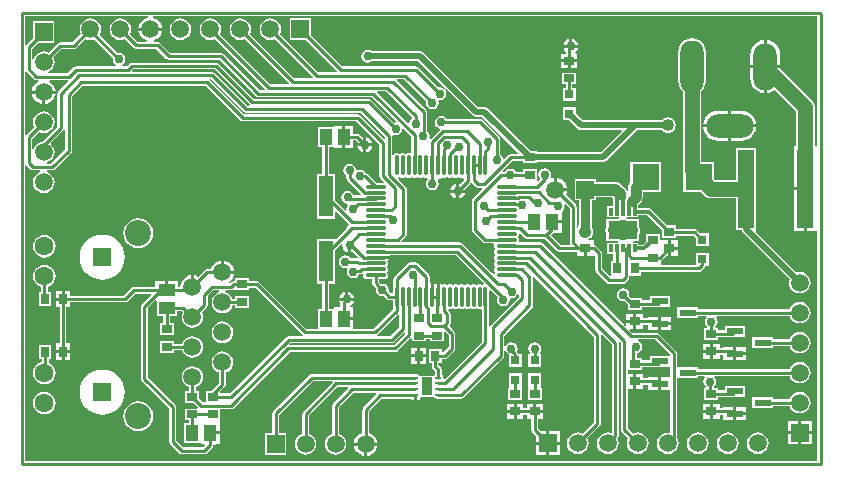
<source format=gtl>
%FSLAX25Y25*%
%MOIN*%
G70*
G01*
G75*
G04 Layer_Physical_Order=1*
G04 Layer_Color=255*
%ADD10R,0.03150X0.03150*%
%ADD11R,0.03543X0.02756*%
%ADD12R,0.04724X0.13780*%
%ADD13R,0.04331X0.05512*%
%ADD14R,0.05512X0.04331*%
%ADD15R,0.02756X0.03543*%
%ADD16O,0.07087X0.01181*%
%ADD17O,0.01181X0.07087*%
%ADD18R,0.05512X0.26378*%
%ADD19R,0.03543X0.03150*%
%ADD20R,0.09055X0.09055*%
%ADD21R,0.09764X0.06102*%
%ADD22R,0.01181X0.02559*%
%ADD23R,0.05709X0.02362*%
%ADD24O,0.02165X0.00984*%
%ADD25R,0.03543X0.05906*%
%ADD26R,0.03150X0.03543*%
%ADD27C,0.01000*%
%ADD28C,0.02000*%
%ADD29C,0.03500*%
%ADD30C,0.05000*%
%ADD31C,0.04000*%
%ADD32C,0.01200*%
%ADD33C,0.01500*%
%ADD34C,0.03000*%
%ADD35C,0.05906*%
%ADD36C,0.08661*%
%ADD37R,0.05906X0.05906*%
%ADD38C,0.06299*%
%ADD39O,0.07874X0.17716*%
%ADD40O,0.07874X0.15748*%
%ADD41O,0.15748X0.07874*%
%ADD42C,0.05906*%
%ADD43R,0.05906X0.05906*%
%ADD44C,0.03000*%
%ADD45C,0.04000*%
G36*
X273378Y117001D02*
X273843Y116908D01*
X274303Y117000D01*
X274313Y116991D01*
X274690Y116428D01*
Y116276D01*
X273303Y114889D01*
X273000Y114950D01*
Y113000D01*
X274950D01*
X274889Y113303D01*
X276604Y115018D01*
X276604Y115018D01*
X276702Y115165D01*
X277200Y115214D01*
X278380Y114034D01*
X278380Y114034D01*
X278744Y113791D01*
X278744Y113791D01*
X278744Y113791D01*
D01*
X278744Y113791D01*
X278744Y113791D01*
X279173Y113705D01*
X279173Y113705D01*
X280592D01*
X280783Y113243D01*
X277607Y110067D01*
X277364Y109703D01*
X277278Y109274D01*
X277278Y109274D01*
Y99600D01*
X277278Y99600D01*
X277364Y99171D01*
X277607Y98807D01*
X280935Y95479D01*
X280935Y95479D01*
X281299Y95236D01*
X281299Y95236D01*
X281299Y95236D01*
D01*
X281299Y95236D01*
X281299Y95236D01*
X281728Y95150D01*
X281728Y95150D01*
X284411D01*
X284728Y94764D01*
X284636Y94303D01*
X284729Y93839D01*
X284992Y93445D01*
Y93193D01*
X284729Y92799D01*
X284636Y92335D01*
X284729Y91870D01*
X284992Y91476D01*
Y91224D01*
X284729Y90831D01*
X284636Y90366D01*
X284729Y89902D01*
X284992Y89508D01*
Y89256D01*
X284729Y88862D01*
X284636Y88398D01*
X284729Y87933D01*
X284992Y87539D01*
Y87287D01*
X284729Y86894D01*
X284636Y86429D01*
X284729Y85965D01*
X284992Y85571D01*
Y85319D01*
X284729Y84925D01*
X284020Y85066D01*
X273990Y95096D01*
X273626Y95339D01*
X273197Y95425D01*
X273197Y95425D01*
X253837D01*
X253646Y95887D01*
X255193Y97434D01*
X255193Y97434D01*
X255436Y97798D01*
X255436Y97798D01*
X255436Y97798D01*
X255522Y98227D01*
X255521Y98227D01*
Y113100D01*
X255522Y113100D01*
X255436Y113529D01*
X255193Y113893D01*
X255193Y113893D01*
X252795Y116292D01*
X252654Y117001D01*
X253047Y117264D01*
X253299D01*
X253693Y117001D01*
X254157Y116908D01*
X254622Y117001D01*
X255016Y117264D01*
X255268D01*
X255661Y117001D01*
X256126Y116908D01*
X256591Y117001D01*
X256984Y117264D01*
X257236D01*
X257630Y117001D01*
X258095Y116908D01*
X258559Y117001D01*
X258953Y117264D01*
X259205D01*
X259598Y117001D01*
X260063Y116908D01*
X260527Y117001D01*
X260921Y117264D01*
X261173D01*
X261567Y117001D01*
X262032Y116908D01*
X262200Y116942D01*
X262486Y116514D01*
X262022Y115819D01*
X261859Y115000D01*
X262022Y114181D01*
X262486Y113486D01*
X263181Y113022D01*
X264000Y112859D01*
X264819Y113022D01*
X265514Y113486D01*
X265978Y114181D01*
X266141Y115000D01*
X265978Y115819D01*
X265866Y115987D01*
X265928Y116295D01*
X266017Y116510D01*
X266589Y116624D01*
X267115Y116975D01*
X267237Y117158D01*
X267473Y117001D01*
X267937Y116908D01*
X268402Y117001D01*
X268795Y117264D01*
X269047D01*
X269441Y117001D01*
X269905Y116908D01*
X270370Y117001D01*
X270764Y117264D01*
X271016D01*
X271410Y117001D01*
X271874Y116908D01*
X272339Y117001D01*
X272732Y117264D01*
X272984D01*
X273378Y117001D01*
D02*
G37*
G36*
X141678Y133026D02*
Y126465D01*
X136835Y121622D01*
X135702D01*
X135604Y122112D01*
X136292Y122397D01*
X137034Y122966D01*
X137603Y123708D01*
X137961Y124573D01*
X138083Y125500D01*
X137961Y126427D01*
X137603Y127292D01*
X137034Y128034D01*
X136874Y128156D01*
X136841Y128655D01*
X140946Y132760D01*
X141189Y133124D01*
X141678Y133026D01*
D02*
G37*
G36*
X233998Y94735D02*
X233951Y94500D01*
X234145Y93524D01*
X234698Y92698D01*
X235525Y92145D01*
X236000Y92050D01*
Y94500D01*
X237000D01*
Y92050D01*
X237475Y92145D01*
X237651Y92263D01*
X239380Y90534D01*
X239144Y90093D01*
X239000Y90122D01*
X239000Y90122D01*
X236776D01*
X236514Y90514D01*
X235819Y90978D01*
X235000Y91141D01*
X234181Y90978D01*
X233486Y90514D01*
X233022Y89819D01*
X232859Y89000D01*
X233022Y88181D01*
X233486Y87486D01*
X234181Y87022D01*
X235000Y86859D01*
X235415Y86941D01*
X235693Y86526D01*
X235622Y86419D01*
X235459Y85600D01*
X235622Y84781D01*
X236086Y84086D01*
X236781Y83622D01*
X237600Y83459D01*
X238419Y83622D01*
X239114Y84086D01*
X239578Y84781D01*
X239598Y84878D01*
X240000D01*
X240000Y84878D01*
X240429Y84964D01*
X240586Y85068D01*
X241001Y84790D01*
X240936Y84461D01*
X241028Y83996D01*
X241291Y83602D01*
X241685Y83339D01*
X242150Y83247D01*
X243981D01*
Y81898D01*
X243981Y81898D01*
X244066Y81468D01*
X244309Y81105D01*
X245315Y80099D01*
X245223Y79636D01*
X245386Y78816D01*
X245850Y78122D01*
X246545Y77658D01*
X247364Y77495D01*
X247827Y77587D01*
X248833Y76581D01*
X248833Y76581D01*
X249197Y76338D01*
X249626Y76253D01*
X250975D01*
Y74421D01*
X251067Y73957D01*
Y73154D01*
X244535Y66622D01*
X237618D01*
Y69500D01*
X234453D01*
Y70500D01*
X237618D01*
Y73756D01*
X236754D01*
X236609Y74234D01*
X237302Y74698D01*
X237855Y75524D01*
X237949Y76000D01*
X233050D01*
X233145Y75524D01*
X233331Y75246D01*
Y73756D01*
X231287D01*
Y73356D01*
X229622D01*
Y81683D01*
X231462D01*
Y92876D01*
X233557Y94971D01*
X233998Y94735D01*
D02*
G37*
G36*
X309878Y106812D02*
Y95244D01*
X309878Y95244D01*
X309928Y94996D01*
X309611Y94610D01*
X306803D01*
X303586Y97827D01*
X304330Y98571D01*
X307118D01*
Y101827D01*
X303953D01*
Y102827D01*
X307118D01*
Y105622D01*
X307514Y105886D01*
X307978Y106581D01*
X308141Y107400D01*
X308024Y107991D01*
X308465Y108226D01*
X309878Y106812D01*
D02*
G37*
G36*
X256973Y130841D02*
Y125467D01*
X256586Y125150D01*
X256126Y125241D01*
X255661Y125149D01*
X255268Y124886D01*
X255016D01*
X254622Y125149D01*
X254157Y125241D01*
X253693Y125149D01*
X253299Y124886D01*
X253047D01*
X252654Y125149D01*
X252189Y125241D01*
X251724Y125149D01*
X251331Y124886D01*
X251100Y124541D01*
X250622Y124686D01*
Y130900D01*
X250622Y130900D01*
D01*
X251008Y131216D01*
X251800Y131059D01*
X252619Y131222D01*
X253314Y131686D01*
X253778Y132381D01*
X253941Y133200D01*
X254502Y133312D01*
X256973Y130841D01*
D02*
G37*
G36*
X128707Y152307D02*
X131207Y149807D01*
X131207Y149807D01*
X131571Y149564D01*
X132000Y149478D01*
X132494D01*
X132592Y148988D01*
X132507Y148953D01*
X131681Y148319D01*
X131047Y147493D01*
X130649Y146532D01*
X130579Y146000D01*
X138421D01*
X138351Y146532D01*
X137953Y147493D01*
X137319Y148319D01*
X136493Y148953D01*
X136408Y148988D01*
X136506Y149478D01*
X142439D01*
X142630Y149016D01*
X139360Y145746D01*
X139117Y145382D01*
X139031Y144953D01*
X139031Y144953D01*
Y134017D01*
X134036Y129022D01*
X133573Y128961D01*
X132708Y128603D01*
X131966Y128034D01*
X131397Y127292D01*
X131112Y126604D01*
X130622Y126702D01*
Y130035D01*
X132902Y132316D01*
X133573Y132039D01*
X134500Y131917D01*
X135427Y132039D01*
X136292Y132397D01*
X137034Y132966D01*
X137603Y133708D01*
X137961Y134573D01*
X138083Y135500D01*
X137961Y136427D01*
X137603Y137292D01*
X137034Y138034D01*
X136292Y138603D01*
X135427Y138961D01*
X134500Y139083D01*
X133573Y138961D01*
X132708Y138603D01*
X131966Y138034D01*
X131397Y137292D01*
X131039Y136427D01*
X130917Y135500D01*
X131039Y134573D01*
X131316Y133902D01*
X128707Y131293D01*
X128600Y131133D01*
X128121Y131278D01*
Y152322D01*
X128600Y152467D01*
X128707Y152307D01*
D02*
G37*
G36*
X261951Y142463D02*
X261859Y142000D01*
X262022Y141181D01*
X262486Y140486D01*
X263181Y140022D01*
X264000Y139859D01*
X264819Y140022D01*
X265514Y140486D01*
X265978Y141181D01*
X266141Y142000D01*
X266036Y142527D01*
X266390Y142881D01*
X266500Y142859D01*
X267319Y143022D01*
X268014Y143486D01*
X268478Y144181D01*
X268641Y145000D01*
X268478Y145819D01*
X268092Y146397D01*
X268479Y146714D01*
X277346Y137847D01*
X277876Y137493D01*
X278500Y137369D01*
X280557D01*
X292562Y125363D01*
X292371Y124901D01*
X290280D01*
X290280Y124901D01*
X289850Y124816D01*
X289487Y124573D01*
X288061Y123147D01*
X287583Y123293D01*
X287478Y123819D01*
X287014Y124514D01*
X286621Y124776D01*
Y130000D01*
X286536Y130429D01*
X286293Y130793D01*
X286293Y130793D01*
X280793Y136293D01*
X280429Y136536D01*
X280000Y136622D01*
X280000Y136622D01*
X268776D01*
X268514Y137014D01*
X267819Y137478D01*
X267000Y137641D01*
X266181Y137478D01*
X265486Y137014D01*
X265022Y136319D01*
X264859Y135500D01*
X265022Y134681D01*
X265486Y133986D01*
X266181Y133522D01*
X266341Y133490D01*
X266486Y133011D01*
X263469Y129995D01*
X263028Y130230D01*
X263141Y130800D01*
X262978Y131619D01*
X262514Y132314D01*
X262222Y132509D01*
Y138900D01*
X262222Y138900D01*
X262136Y139329D01*
X261893Y139693D01*
X261893Y139693D01*
X252170Y149416D01*
X252361Y149878D01*
X254535D01*
X261951Y142463D01*
D02*
G37*
G36*
X201161Y139007D02*
X201161Y139007D01*
X201524Y138764D01*
X201954Y138678D01*
X240135D01*
X248325Y130489D01*
X248228Y129998D01*
X247917Y129870D01*
X239993Y137793D01*
X239629Y138036D01*
X239200Y138122D01*
X239200Y138122D01*
X201265D01*
X189793Y149593D01*
X189783Y149600D01*
X189824Y149737D01*
X190309Y149858D01*
X201161Y139007D01*
D02*
G37*
G36*
X253036Y71297D02*
Y67122D01*
X250035Y64122D01*
X245778D01*
X245633Y64600D01*
X245793Y64707D01*
X252574Y71488D01*
X253036Y71297D01*
D02*
G37*
G36*
X285791Y77123D02*
X285722Y77019D01*
X285559Y76200D01*
X285722Y75381D01*
X286186Y74686D01*
X286881Y74222D01*
X287700Y74059D01*
X288519Y74222D01*
X289214Y74686D01*
X289678Y75381D01*
X289841Y76200D01*
X289841Y76200D01*
X289841Y76200D01*
D01*
X289767Y76579D01*
X290121Y76933D01*
X290500Y76859D01*
D01*
X290500Y76859D01*
Y76859D01*
X291319Y77022D01*
X292014Y77486D01*
X292400Y78064D01*
X292879Y77918D01*
Y77265D01*
X283607Y67993D01*
X283364Y67629D01*
X283336Y67488D01*
X282838Y67537D01*
Y73957D01*
X282930Y74421D01*
Y79330D01*
X283392Y79522D01*
X285791Y77123D01*
D02*
G37*
G36*
X343378Y58035D02*
Y57521D01*
X343378D01*
X343328D01*
X343025Y57521D01*
X343025Y57521D01*
Y57521D01*
X336420D01*
Y56074D01*
X333872D01*
Y56931D01*
X332121D01*
Y58523D01*
X332619Y58622D01*
X333314Y59086D01*
X333778Y59781D01*
X333941Y60600D01*
X333778Y61419D01*
X333314Y62114D01*
X332619Y62578D01*
X332606Y62581D01*
X332655Y63078D01*
X338335D01*
X343378Y58035D01*
D02*
G37*
G36*
X254836Y65335D02*
X254934Y64844D01*
X251258Y61169D01*
X216503D01*
X216381Y61463D01*
X216659Y61878D01*
X250500D01*
X250500Y61878D01*
X250929Y61964D01*
X251293Y62207D01*
X254542Y65456D01*
X254836Y65335D01*
D02*
G37*
G36*
X281101Y81813D02*
X281052Y81315D01*
X280858Y81185D01*
X280606D01*
X280213Y81448D01*
X279748Y81541D01*
X279283Y81448D01*
X278890Y81185D01*
X278638D01*
X278244Y81448D01*
X277780Y81541D01*
X277315Y81448D01*
X276921Y81185D01*
X276669D01*
X276275Y81448D01*
X275811Y81541D01*
X275346Y81448D01*
X274953Y81185D01*
X274701D01*
X274307Y81448D01*
X273843Y81541D01*
X273378Y81448D01*
X272984Y81185D01*
X272732D01*
X272339Y81448D01*
X271874Y81541D01*
X271410Y81448D01*
X271016Y81185D01*
X270764D01*
X270370Y81448D01*
X269905Y81541D01*
X269441Y81448D01*
X269047Y81185D01*
X268795D01*
X268402Y81448D01*
X267937Y81541D01*
X267473Y81448D01*
X267237Y81291D01*
X267115Y81473D01*
X266589Y81825D01*
X266469Y81849D01*
Y77374D01*
X265469D01*
Y81849D01*
X265348Y81825D01*
X264984Y81582D01*
X264621Y81825D01*
X264500Y81849D01*
Y77374D01*
X263500D01*
Y81889D01*
X263153Y82174D01*
Y83969D01*
X263068Y84398D01*
X262825Y84762D01*
X262825Y84762D01*
X259193Y88393D01*
X258829Y88636D01*
X258400Y88722D01*
X258400Y88722D01*
X256600D01*
X256600Y88722D01*
X256171Y88636D01*
X255807Y88393D01*
X255807Y88393D01*
X251396Y83982D01*
X251153Y83618D01*
X251067Y83189D01*
X251067Y83189D01*
Y80791D01*
X250975Y80327D01*
Y78496D01*
X250091D01*
X249413Y79173D01*
X249505Y79636D01*
X249342Y80455D01*
X248878Y81150D01*
X248184Y81614D01*
X247364Y81777D01*
X246901Y81685D01*
X246224Y82362D01*
Y83247D01*
X248055D01*
X248520Y83339D01*
X248913Y83602D01*
X249177Y83996D01*
X249269Y84461D01*
X249177Y84925D01*
X248913Y85319D01*
Y85571D01*
X249177Y85965D01*
X249269Y86429D01*
X249177Y86894D01*
X248913Y87287D01*
Y87539D01*
X249177Y87933D01*
X249269Y88398D01*
X249177Y88862D01*
X249019Y89097D01*
X249202Y89219D01*
X249553Y89745D01*
X249577Y89866D01*
X245102D01*
Y90866D01*
X249618D01*
X249902Y91213D01*
X271701D01*
X281101Y81813D01*
D02*
G37*
G36*
X324253Y110038D02*
X324260Y110005D01*
X324308Y109933D01*
Y107482D01*
X322372D01*
Y103723D01*
X326233D01*
X326284Y103553D01*
X325987Y103151D01*
X322018D01*
Y100673D01*
X321782Y100319D01*
X321619Y99500D01*
X321782Y98681D01*
X322018Y98327D01*
Y95849D01*
X325909D01*
Y95677D01*
X325909D01*
X325909Y95277D01*
X322372D01*
Y91518D01*
X324410D01*
Y89116D01*
X323569D01*
Y84414D01*
X323107Y84223D01*
X320621Y86709D01*
Y91744D01*
X320621Y91744D01*
X320536Y92173D01*
X320293Y92537D01*
X318549Y94281D01*
X318185Y94524D01*
X317772Y94607D01*
Y96063D01*
X315985D01*
X315887Y96553D01*
X316311Y96729D01*
X316437Y96825D01*
X317372D01*
Y97931D01*
X317533Y98321D01*
X317622Y99000D01*
X317533Y99679D01*
X317372Y100069D01*
Y101175D01*
X317141D01*
Y109447D01*
X318553D01*
Y110378D01*
X323914D01*
X324253Y110038D01*
D02*
G37*
G36*
X279283Y73300D02*
X279748Y73207D01*
X280208Y73299D01*
X280595Y72982D01*
Y62365D01*
X268143Y49913D01*
X267702Y50149D01*
X267743Y50353D01*
X267658Y50779D01*
X267417Y51140D01*
X267160Y51311D01*
Y53039D01*
X267075Y53468D01*
X266832Y53832D01*
X266832Y53832D01*
X266077Y54586D01*
Y55228D01*
X267131D01*
Y56478D01*
X268200D01*
X268200Y56478D01*
X268629Y56564D01*
X268993Y56807D01*
X271393Y59207D01*
X271393Y59207D01*
X271636Y59571D01*
X271722Y60000D01*
X271722Y60000D01*
Y64900D01*
X271722Y64900D01*
X271636Y65329D01*
X271393Y65693D01*
X271393Y65693D01*
X270621Y66465D01*
X269793Y67707D01*
X270036Y68071D01*
X270122Y68500D01*
Y71500D01*
X270122Y71500D01*
X270036Y71929D01*
X269793Y72293D01*
X269793Y72293D01*
X269233Y72853D01*
X269468Y73294D01*
X269905Y73207D01*
X270370Y73300D01*
X270764Y73563D01*
X271016D01*
X271410Y73300D01*
X271874Y73207D01*
X272339Y73300D01*
X272732Y73563D01*
X272984D01*
X273378Y73300D01*
X273843Y73207D01*
X274307Y73300D01*
X274701Y73563D01*
X274953D01*
X275346Y73300D01*
X275811Y73207D01*
X276275Y73300D01*
X276669Y73563D01*
X276921D01*
X277315Y73300D01*
X277780Y73207D01*
X278244Y73300D01*
X278638Y73563D01*
X278890D01*
X279283Y73300D01*
D02*
G37*
G36*
X220707Y64707D02*
X220867Y64600D01*
X220722Y64122D01*
X216094D01*
X216094Y64122D01*
X215665Y64036D01*
X215301Y63793D01*
X196583Y45074D01*
X193372D01*
Y45786D01*
X194793Y47207D01*
X194793Y47207D01*
X195036Y47571D01*
X195036Y47571D01*
X195036Y47571D01*
X195122Y48000D01*
X195122Y48000D01*
Y52084D01*
X195792Y52361D01*
X196534Y52931D01*
X197103Y53673D01*
X197461Y54537D01*
X197583Y55465D01*
X197461Y56392D01*
X197103Y57256D01*
X196534Y57998D01*
X195792Y58568D01*
X194927Y58926D01*
X194000Y59048D01*
X193073Y58926D01*
X192208Y58568D01*
X191466Y57998D01*
X190897Y57256D01*
X190539Y56392D01*
X190417Y55465D01*
X190539Y54537D01*
X190897Y53673D01*
X191466Y52931D01*
X192208Y52361D01*
X192878Y52084D01*
Y48465D01*
X190345Y45931D01*
X188628D01*
Y42122D01*
X187417D01*
X186372Y43167D01*
Y45931D01*
X185122D01*
Y47155D01*
X185792Y47432D01*
X186534Y48002D01*
X187103Y48744D01*
X187461Y49608D01*
X187583Y50535D01*
X187461Y51463D01*
X187103Y52327D01*
X186534Y53069D01*
X185792Y53639D01*
X184927Y53997D01*
X184000Y54119D01*
X183073Y53997D01*
X182208Y53639D01*
X181466Y53069D01*
X180897Y52327D01*
X180539Y51463D01*
X180417Y50535D01*
X180539Y49608D01*
X180897Y48744D01*
X181466Y48002D01*
X182208Y47432D01*
X182878Y47155D01*
Y45931D01*
X181628D01*
Y41975D01*
X184392D01*
X185880Y40487D01*
X185688Y40025D01*
X181628D01*
Y36069D01*
X182878D01*
Y35356D01*
X181282D01*
Y28644D01*
X186787D01*
Y28244D01*
X188005D01*
X188196Y27782D01*
X187535Y27122D01*
X180965D01*
X178622Y29465D01*
Y40500D01*
X178622Y40500D01*
X178536Y40929D01*
X178293Y41293D01*
X178293Y41293D01*
X169122Y50465D01*
Y73535D01*
X171682Y76096D01*
X172144Y75905D01*
Y70782D01*
X174378D01*
Y68431D01*
X173128D01*
Y64475D01*
X177872D01*
Y68431D01*
X176621D01*
Y70782D01*
X178856D01*
Y72426D01*
X180488D01*
X180765Y72010D01*
X180539Y71463D01*
X180417Y70535D01*
X180539Y69608D01*
X180897Y68744D01*
X181466Y68002D01*
X182208Y67432D01*
X183073Y67074D01*
X184000Y66952D01*
X184927Y67074D01*
X185792Y67432D01*
X186534Y68002D01*
X187103Y68744D01*
X187461Y69608D01*
X187583Y70535D01*
X187461Y71463D01*
X187184Y72133D01*
X188793Y73742D01*
X188793Y73742D01*
X189036Y74106D01*
X189122Y74535D01*
Y77535D01*
X190965Y79378D01*
X192884D01*
X192981Y78888D01*
X192208Y78568D01*
X191466Y77998D01*
X190897Y77256D01*
X190539Y76392D01*
X190417Y75465D01*
X190539Y74537D01*
X190897Y73673D01*
X191466Y72931D01*
X192208Y72361D01*
X193073Y72003D01*
X194000Y71881D01*
X194927Y72003D01*
X195792Y72361D01*
X196534Y72931D01*
X197103Y73673D01*
X197415Y74426D01*
X198128D01*
Y73569D01*
X202872D01*
Y77525D01*
X198128D01*
Y76669D01*
X197347D01*
X197103Y77256D01*
X196534Y77998D01*
X195792Y78568D01*
X195019Y78888D01*
X195116Y79378D01*
X197000D01*
X197000Y79378D01*
X197429Y79464D01*
X197446Y79475D01*
X198128Y79475D01*
Y79475D01*
X202872D01*
Y80331D01*
X205083D01*
X220707Y64707D01*
D02*
G37*
G36*
X203207Y141407D02*
X203207Y141407D01*
X203217Y141400D01*
X203072Y140922D01*
X202418D01*
X191347Y151993D01*
X190983Y152236D01*
X190554Y152322D01*
X190554Y152322D01*
X164161D01*
X164020Y152663D01*
X164297Y153078D01*
X191535D01*
X203207Y141407D01*
D02*
G37*
G36*
X392378Y127433D02*
X392378D01*
X392098D01*
X392025Y127433D01*
X392025Y127433D01*
Y127433D01*
X391469D01*
Y140630D01*
X391469Y140630D01*
X391416Y141034D01*
X391363Y141439D01*
X391207Y141816D01*
X391050Y142193D01*
X390553Y142841D01*
X379952Y153442D01*
Y153500D01*
X375472D01*
Y145149D01*
X376261Y145253D01*
X377462Y145750D01*
X378219Y146331D01*
X385216Y139335D01*
Y127433D01*
X384587D01*
Y113744D01*
X388342D01*
Y113244D01*
X388843D01*
Y99055D01*
X392025D01*
X392025Y99055D01*
Y99055D01*
X392098Y99055D01*
X392378Y98775D01*
Y22622D01*
X128121D01*
Y121222D01*
X128600Y121367D01*
X128707Y121207D01*
X130207Y119707D01*
X130571Y119464D01*
X131000Y119378D01*
X131000Y119378D01*
X133298D01*
X133396Y118888D01*
X132708Y118603D01*
X131966Y118034D01*
X131397Y117292D01*
X131039Y116427D01*
X130917Y115500D01*
X131039Y114573D01*
X131397Y113708D01*
X131966Y112966D01*
X132708Y112397D01*
X133573Y112039D01*
X134500Y111917D01*
X135427Y112039D01*
X136292Y112397D01*
X137034Y112966D01*
X137603Y113708D01*
X137961Y114573D01*
X138083Y115500D01*
X137961Y116427D01*
X137603Y117292D01*
X137034Y118034D01*
X136292Y118603D01*
X135604Y118888D01*
X135702Y119378D01*
X137300D01*
X137300Y119378D01*
X137729Y119464D01*
X138093Y119707D01*
X143593Y125207D01*
X143593Y125207D01*
X143836Y125571D01*
X143922Y126000D01*
Y144135D01*
X147465Y147678D01*
X188535D01*
X200007Y136207D01*
X200371Y135964D01*
X200800Y135878D01*
X200800Y135878D01*
X238735D01*
X246378Y128235D01*
Y117500D01*
X246378Y117500D01*
X246464Y117071D01*
X246707Y116707D01*
X247750Y115664D01*
X247558Y115202D01*
X245475D01*
X242384Y118293D01*
X242020Y118536D01*
X241805Y118579D01*
X241514Y119014D01*
X240819Y119478D01*
X240000Y119641D01*
X239181Y119478D01*
X239082Y119413D01*
X238620Y119604D01*
X238478Y120319D01*
X238014Y121014D01*
X237319Y121478D01*
X236500Y121641D01*
X235681Y121478D01*
X234986Y121014D01*
X234522Y120319D01*
X234359Y119500D01*
X234522Y118681D01*
X234986Y117986D01*
X235379Y117724D01*
Y117000D01*
X235378Y117000D01*
X235464Y116571D01*
X235707Y116207D01*
X240330Y111583D01*
X240139Y111122D01*
X237798D01*
X237778Y111219D01*
X237314Y111914D01*
X236619Y112378D01*
X235800Y112541D01*
X234981Y112378D01*
X234286Y111914D01*
X233822Y111219D01*
X233659Y110400D01*
X233822Y109581D01*
X234286Y108886D01*
X234981Y108422D01*
X235667Y108285D01*
X235859Y107823D01*
X235522Y107319D01*
X235359Y106500D01*
X235426Y106164D01*
X234985Y105928D01*
X231462Y109451D01*
Y118316D01*
X229622D01*
Y127144D01*
X231287D01*
Y126744D01*
X233953D01*
Y130500D01*
Y134256D01*
X231287D01*
Y133856D01*
X225782D01*
Y127144D01*
X227379D01*
Y118316D01*
X225538D01*
Y103337D01*
X231462D01*
Y105625D01*
X231924Y105816D01*
X236325Y101416D01*
X236325Y101416D01*
X235309Y99896D01*
X231897Y96483D01*
X231462Y96663D01*
Y96663D01*
X231462Y96663D01*
X225538D01*
Y81683D01*
X227379D01*
Y73356D01*
X225782D01*
Y66644D01*
D01*
Y66644D01*
X225759Y66622D01*
X221965D01*
X206340Y82246D01*
X205976Y82489D01*
X205547Y82574D01*
X205547Y82574D01*
X202872D01*
Y83431D01*
X198128D01*
Y82750D01*
X197953Y82574D01*
X197953D01*
Y82574D01*
D01*
D01*
D01*
X197524Y82489D01*
X197160Y82246D01*
X197160Y82246D01*
X196667Y81753D01*
X196179Y81866D01*
X196102Y82095D01*
X196819Y82645D01*
X197453Y83471D01*
X197851Y84433D01*
X197921Y84965D01*
X194000D01*
Y85465D01*
X193500D01*
Y89386D01*
X192968Y89316D01*
X192007Y88917D01*
X191181Y88284D01*
X190547Y87458D01*
X190186Y86586D01*
X188929D01*
X188500Y86501D01*
X188136Y86258D01*
X188136Y86258D01*
X185904Y84025D01*
X185032Y84386D01*
X184500Y84456D01*
Y80535D01*
X183500D01*
Y84456D01*
X182968Y84386D01*
X182007Y83988D01*
X181181Y83355D01*
X180547Y82529D01*
X180149Y81567D01*
X180018Y80574D01*
X179256D01*
Y82618D01*
X176000D01*
Y79453D01*
X175000D01*
Y82618D01*
X171744D01*
Y80574D01*
X164453D01*
X164453Y80574D01*
X164024Y80489D01*
X163660Y80246D01*
X163660Y80246D01*
X161035Y77622D01*
X143331D01*
Y79272D01*
X141453D01*
Y76500D01*
X140953D01*
Y76000D01*
X138575D01*
Y73728D01*
X139831D01*
Y61772D01*
X138575D01*
Y59500D01*
X143331D01*
Y61772D01*
X142074D01*
Y73728D01*
X143331D01*
Y75378D01*
X161500D01*
X161500Y75378D01*
X161929Y75464D01*
X162293Y75707D01*
X164917Y78331D01*
X170092D01*
X170283Y77869D01*
X167207Y74793D01*
X166964Y74429D01*
X166878Y74000D01*
X166878Y74000D01*
Y50000D01*
X166878Y50000D01*
X166964Y49571D01*
X167207Y49207D01*
X176378Y40035D01*
Y29000D01*
X176378Y29000D01*
X176464Y28571D01*
X176707Y28207D01*
X179707Y25207D01*
X180071Y24964D01*
X180500Y24878D01*
X180500Y24879D01*
X188000D01*
X188000Y24878D01*
X188429Y24964D01*
X188793Y25207D01*
X190746Y27160D01*
X190989Y27524D01*
X191074Y27953D01*
X192531Y28244D01*
X193118D01*
Y31500D01*
X189953D01*
Y32500D01*
X193118D01*
Y35756D01*
X193118D01*
Y35816D01*
X193372Y36069D01*
X193372D01*
Y39878D01*
X197000D01*
X197000Y39878D01*
X197429Y39964D01*
X197793Y40207D01*
X216512Y58926D01*
X251723D01*
X251723Y58926D01*
X252152Y59011D01*
X252516Y59254D01*
X256666Y63405D01*
X257128Y63213D01*
Y62396D01*
X261872D01*
Y63253D01*
X263128D01*
Y62396D01*
X267872D01*
Y65389D01*
X268334Y65580D01*
X269479Y64435D01*
Y60465D01*
X267735Y58722D01*
X267131D01*
Y59972D01*
X262781D01*
Y55228D01*
X263834D01*
Y54121D01*
X263834Y54121D01*
X263920Y53692D01*
X264163Y53328D01*
X264917Y52574D01*
Y51311D01*
X264661Y51140D01*
X264535Y50953D01*
X259865D01*
X259739Y51140D01*
X259378Y51381D01*
X258952Y51466D01*
X258402D01*
X258361Y51474D01*
X223753D01*
X223753Y51474D01*
X223323Y51389D01*
X222960Y51146D01*
X222960Y51146D01*
X211007Y39193D01*
X210764Y38829D01*
X210678Y38400D01*
X210679Y38400D01*
Y31753D01*
X208247D01*
Y24647D01*
X215353D01*
Y31753D01*
X212922D01*
Y37935D01*
X224217Y49231D01*
X230592D01*
X230783Y48769D01*
X221007Y38993D01*
X220764Y38629D01*
X220678Y38200D01*
X220678Y38200D01*
Y31581D01*
X220008Y31303D01*
X219266Y30734D01*
X218697Y29992D01*
X218339Y29127D01*
X218217Y28200D01*
X218339Y27273D01*
X218697Y26408D01*
X219266Y25666D01*
X220008Y25097D01*
X220873Y24739D01*
X221800Y24617D01*
X222727Y24739D01*
X223592Y25097D01*
X224334Y25666D01*
X224903Y26408D01*
X225261Y27273D01*
X225383Y28200D01*
X225261Y29127D01*
X224903Y29992D01*
X224334Y30734D01*
X223592Y31303D01*
X222921Y31581D01*
Y37735D01*
X232449Y47263D01*
X235823D01*
X236015Y46801D01*
X231007Y41793D01*
X230764Y41429D01*
X230678Y41000D01*
X230679Y41000D01*
Y31581D01*
X230008Y31303D01*
X229266Y30734D01*
X228697Y29992D01*
X228339Y29127D01*
X228217Y28200D01*
X228339Y27273D01*
X228697Y26408D01*
X229266Y25666D01*
X230008Y25097D01*
X230873Y24739D01*
X231800Y24617D01*
X232727Y24739D01*
X233592Y25097D01*
X234334Y25666D01*
X234903Y26408D01*
X235261Y27273D01*
X235383Y28200D01*
X235261Y29127D01*
X234903Y29992D01*
X234334Y30734D01*
X233592Y31303D01*
X232922Y31581D01*
Y40535D01*
X237680Y45294D01*
X245255D01*
X245446Y44832D01*
X241007Y40393D01*
X240764Y40029D01*
X240678Y39600D01*
X240679Y39600D01*
Y32014D01*
X239807Y31653D01*
X238981Y31019D01*
X238347Y30193D01*
X237949Y29232D01*
X237879Y28700D01*
X245721D01*
X245651Y29232D01*
X245253Y30193D01*
X244619Y31019D01*
X243793Y31653D01*
X242921Y32014D01*
Y39135D01*
X247112Y43326D01*
X256764D01*
X257189Y43042D01*
X257771Y42926D01*
X257861D01*
Y44447D01*
X258861D01*
Y42926D01*
X258952D01*
X259534Y43042D01*
X260028Y43371D01*
X260346Y43847D01*
X264535D01*
X264661Y43660D01*
X265022Y43418D01*
X265448Y43334D01*
X265998D01*
X266039Y43326D01*
X273647D01*
X273647Y43326D01*
X274076Y43411D01*
X274440Y43654D01*
X287593Y56807D01*
X287593Y56807D01*
X287836Y57171D01*
X287836Y57171D01*
X287836Y57171D01*
X287922Y57600D01*
X287922Y57600D01*
Y59145D01*
X288419Y59194D01*
X288422Y59181D01*
X288886Y58486D01*
X289425Y58126D01*
Y53873D01*
X293775D01*
Y58223D01*
X292717D01*
X292636Y58629D01*
X292393Y58993D01*
X292309Y59077D01*
X292378Y59181D01*
X292541Y60000D01*
X292378Y60819D01*
X291914Y61514D01*
X291219Y61978D01*
X290400Y62141D01*
X289581Y61978D01*
X288886Y61514D01*
X288422Y60819D01*
X288419Y60806D01*
X287922Y60855D01*
Y64335D01*
X297193Y73607D01*
X297436Y73971D01*
X297522Y74400D01*
X297521Y74400D01*
Y83739D01*
X297946Y83915D01*
X298012Y83902D01*
X317879Y64035D01*
Y35465D01*
X314098Y31684D01*
X313427Y31961D01*
X312500Y32083D01*
X311573Y31961D01*
X310708Y31603D01*
X309966Y31034D01*
X309397Y30292D01*
X309039Y29427D01*
X308917Y28500D01*
X309039Y27573D01*
X309397Y26708D01*
X309966Y25966D01*
X310708Y25397D01*
X311573Y25039D01*
X312500Y24917D01*
X313427Y25039D01*
X314292Y25397D01*
X315034Y25966D01*
X315603Y26708D01*
X315961Y27573D01*
X316083Y28500D01*
X315961Y29427D01*
X315684Y30098D01*
X319793Y34207D01*
X319793Y34207D01*
X320036Y34571D01*
X320036Y34571D01*
X320036Y34571D01*
X320122Y35000D01*
X320122Y35000D01*
Y64500D01*
X320084Y64689D01*
X320525Y64925D01*
X323879Y61571D01*
Y32225D01*
X323463Y31947D01*
X323427Y31961D01*
X322500Y32083D01*
X321573Y31961D01*
X320708Y31603D01*
X319966Y31034D01*
X319397Y30292D01*
X319039Y29427D01*
X318917Y28500D01*
X319039Y27573D01*
X319397Y26708D01*
X319966Y25966D01*
X320708Y25397D01*
X321573Y25039D01*
X322500Y24917D01*
X323427Y25039D01*
X324292Y25397D01*
X325034Y25966D01*
X325603Y26708D01*
X325961Y27573D01*
X326083Y28500D01*
X325961Y29427D01*
X325684Y30098D01*
X325793Y30207D01*
X325793Y30207D01*
X326036Y30571D01*
X326121Y31000D01*
Y62036D01*
X326122Y62036D01*
X326084Y62224D01*
X326525Y62460D01*
X326878Y62107D01*
Y33000D01*
X326878Y33000D01*
X326964Y32571D01*
X327207Y32207D01*
X329316Y30098D01*
X329039Y29427D01*
X328917Y28500D01*
X329039Y27573D01*
X329397Y26708D01*
X329966Y25966D01*
X330708Y25397D01*
X331573Y25039D01*
X332500Y24917D01*
X333427Y25039D01*
X334292Y25397D01*
X335034Y25966D01*
X335603Y26708D01*
X335961Y27573D01*
X336083Y28500D01*
X335961Y29427D01*
X335603Y30292D01*
X335034Y31034D01*
X334292Y31603D01*
X333427Y31961D01*
X332500Y32083D01*
X331573Y31961D01*
X330902Y31684D01*
X329121Y33465D01*
Y46669D01*
X331000D01*
Y49047D01*
Y51425D01*
X329121D01*
Y52975D01*
D01*
X329128D01*
X329475Y52975D01*
X329475Y52975D01*
Y52975D01*
X333872D01*
Y53831D01*
X339087D01*
X339087Y53831D01*
X339516Y53917D01*
X339579Y53959D01*
X343025D01*
X343025Y53959D01*
Y53959D01*
X343328Y53959D01*
X343378Y53909D01*
Y50441D01*
X340374D01*
Y48260D01*
Y46079D01*
X343378D01*
Y32347D01*
X343003Y32017D01*
X342500Y32083D01*
X341573Y31961D01*
X340708Y31603D01*
X339966Y31034D01*
X339397Y30292D01*
X339039Y29427D01*
X338917Y28500D01*
X339039Y27573D01*
X339397Y26708D01*
X339966Y25966D01*
X340708Y25397D01*
X341573Y25039D01*
X342500Y24917D01*
X343427Y25039D01*
X344292Y25397D01*
X345034Y25966D01*
X345603Y26708D01*
X345961Y27573D01*
X346083Y28500D01*
X345961Y29427D01*
X345603Y30292D01*
X345585Y30316D01*
X345622Y30500D01*
X345621Y30500D01*
Y50219D01*
X345622D01*
X345672D01*
X345975Y50219D01*
X345975Y50219D01*
Y50219D01*
X352580D01*
Y50878D01*
X354699D01*
X354935Y50437D01*
X354522Y49819D01*
X354359Y49000D01*
X354522Y48181D01*
X354986Y47486D01*
X355101Y47409D01*
X354956Y46931D01*
X354628D01*
Y42975D01*
X359372D01*
Y43831D01*
X364087D01*
X364087Y43831D01*
X364516Y43917D01*
X364579Y43959D01*
X368328D01*
Y47521D01*
X361420D01*
Y46074D01*
X359372D01*
Y46931D01*
X358044D01*
X357899Y47409D01*
X358014Y47486D01*
X358478Y48181D01*
X358641Y49000D01*
X358478Y49819D01*
X358065Y50437D01*
X358301Y50878D01*
X383119D01*
X383397Y50208D01*
X383966Y49466D01*
X384708Y48897D01*
X385573Y48539D01*
X386500Y48417D01*
X387427Y48539D01*
X388292Y48897D01*
X389034Y49466D01*
X389603Y50208D01*
X389961Y51073D01*
X390083Y52000D01*
X389961Y52927D01*
X389603Y53792D01*
X389034Y54534D01*
X388292Y55103D01*
X387427Y55461D01*
X386500Y55583D01*
X385573Y55461D01*
X384708Y55103D01*
X383966Y54534D01*
X383397Y53792D01*
X383119Y53122D01*
X352580D01*
Y53781D01*
X345975D01*
X345975Y53781D01*
Y53781D01*
X345672Y53781D01*
X345621Y53831D01*
Y58500D01*
X345622Y58500D01*
X345536Y58929D01*
X345293Y59293D01*
X345293Y59293D01*
X339593Y64993D01*
X339229Y65236D01*
X338800Y65322D01*
X338800Y65322D01*
X330571D01*
X329685Y66207D01*
X329876Y66669D01*
X331000D01*
Y68547D01*
X328728D01*
Y67817D01*
X328266Y67626D01*
X300796Y95096D01*
X300432Y95339D01*
X300003Y95425D01*
X300003Y95425D01*
X293195D01*
X292878Y95811D01*
X292970Y96272D01*
X292877Y96736D01*
X292614Y97130D01*
Y97382D01*
X292877Y97776D01*
X292954Y98163D01*
X293433Y98308D01*
X294707Y97034D01*
X294707Y97034D01*
X295071Y96791D01*
X295071Y96791D01*
X295071Y96791D01*
D01*
X295071Y96791D01*
X295071Y96791D01*
X295500Y96705D01*
X295500Y96705D01*
X301535D01*
X305545Y92695D01*
X305545Y92695D01*
X305909Y92452D01*
X306339Y92367D01*
X312228D01*
Y90913D01*
X314500D01*
Y93488D01*
X315500D01*
Y90913D01*
X317772D01*
Y91233D01*
X317963Y91312D01*
X318378Y91034D01*
Y86244D01*
X318378Y86244D01*
X318464Y85815D01*
X318707Y85451D01*
X322207Y81951D01*
X322207Y81951D01*
X322571Y81708D01*
X322571Y81708D01*
X322571Y81708D01*
D01*
X322571Y81708D01*
X322571Y81708D01*
X323000Y81622D01*
X323000Y81623D01*
X327500D01*
X327500Y81622D01*
X327929Y81708D01*
X328293Y81951D01*
X329293Y82951D01*
X329293Y82951D01*
X329536Y83315D01*
X329622Y83744D01*
Y84373D01*
X333431D01*
Y85623D01*
X352906D01*
X352906Y85623D01*
X353335Y85708D01*
X353699Y85951D01*
X354793Y87046D01*
X354793Y87046D01*
X355036Y87409D01*
X355070Y87577D01*
X356175D01*
Y91927D01*
X351825D01*
Y87866D01*
X340272D01*
Y87913D01*
X340272D01*
Y89281D01*
X340596Y89498D01*
X342011Y90913D01*
X342500D01*
Y93488D01*
Y96063D01*
X340228D01*
Y96063D01*
X340225D01*
X339872Y96417D01*
Y98175D01*
X335128D01*
Y95556D01*
X334194Y94621D01*
X332628D01*
Y95277D01*
X331059D01*
X331059Y95677D01*
D01*
X331231Y95849D01*
X332982D01*
Y98327D01*
X333218Y98681D01*
X333381Y99500D01*
X333218Y100319D01*
X332982Y100673D01*
Y103151D01*
X329013D01*
X328716Y103553D01*
X328767Y103723D01*
X332628D01*
Y104379D01*
X335635D01*
X339135Y100879D01*
X339532Y100614D01*
X339547Y100611D01*
X340628Y99530D01*
Y96825D01*
X345372D01*
Y97634D01*
X351028D01*
X351825Y96837D01*
Y94073D01*
X356175D01*
Y98423D01*
X353411D01*
X352285Y99549D01*
X351921Y99792D01*
X351492Y99878D01*
X351492Y99878D01*
X345372D01*
Y101175D01*
X342155D01*
X341133Y102197D01*
X341130Y102212D01*
X340865Y102609D01*
X337007Y106467D01*
X336610Y106733D01*
X336142Y106826D01*
X332661D01*
Y108016D01*
X333494Y108850D01*
X333494Y108850D01*
X333806Y109316D01*
X334014Y109627D01*
X334196Y110544D01*
X334196Y110544D01*
X334196Y110544D01*
Y110544D01*
Y112117D01*
X340269D01*
Y122372D01*
X330014D01*
Y115460D01*
X329586Y114819D01*
X329404Y113902D01*
X329404Y113902D01*
Y112565D01*
X328914Y112467D01*
X328771Y112811D01*
X328354Y113354D01*
X326854Y114854D01*
X326311Y115271D01*
X325679Y115533D01*
X325000Y115622D01*
X325000Y115622D01*
X318553D01*
Y116553D01*
X311447D01*
Y109447D01*
X312859D01*
Y101175D01*
X312628D01*
Y100420D01*
X312242Y100102D01*
X312122Y100126D01*
Y107277D01*
X312122Y107277D01*
X312036Y107706D01*
X311793Y108070D01*
X308571Y111292D01*
X308851Y111968D01*
X308921Y112500D01*
X305000D01*
Y113000D01*
X304500D01*
Y116921D01*
X303968Y116851D01*
X303782Y116774D01*
X303465Y117160D01*
X303478Y117181D01*
X303641Y118000D01*
X303478Y118819D01*
X303014Y119514D01*
X302319Y119978D01*
X301500Y120141D01*
X300681Y119978D01*
X299986Y119514D01*
X299522Y118819D01*
X299359Y118000D01*
X299522Y117181D01*
X299952Y116538D01*
X299286Y115873D01*
X298824Y116064D01*
Y119852D01*
X294081D01*
Y118996D01*
X291776D01*
X291514Y119388D01*
X290819Y119852D01*
X290000Y120015D01*
X289181Y119852D01*
X288486Y119388D01*
X288224Y118996D01*
X287735D01*
X287544Y119457D01*
X290744Y122658D01*
X294081D01*
Y121802D01*
X298824D01*
Y122148D01*
X320779D01*
X321404Y122272D01*
X321933Y122626D01*
X321933Y122626D01*
X321933Y122626D01*
X332176Y132869D01*
X340475D01*
X340646Y132646D01*
X341189Y132229D01*
X341821Y131967D01*
X342500Y131878D01*
X343179Y131967D01*
X343811Y132229D01*
X344354Y132646D01*
X344771Y133189D01*
X345033Y133821D01*
X345122Y134500D01*
X345033Y135179D01*
X344771Y135811D01*
X344354Y136354D01*
X343811Y136771D01*
X343179Y137033D01*
X342500Y137122D01*
X341821Y137033D01*
X341189Y136771D01*
X340646Y136354D01*
X340475Y136131D01*
X314128D01*
X311775Y138484D01*
Y140527D01*
X307425D01*
Y136177D01*
X309468D01*
X312298Y133346D01*
X312828Y132993D01*
X313452Y132869D01*
X326908D01*
X327100Y132407D01*
X320104Y125411D01*
X298824D01*
Y125758D01*
X296782D01*
X282386Y140154D01*
X281857Y140507D01*
X281232Y140631D01*
X279176D01*
X261154Y158653D01*
X260624Y159007D01*
X260000Y159131D01*
X243838D01*
X243319Y159478D01*
X242500Y159641D01*
X241681Y159478D01*
X240986Y159014D01*
X240522Y158319D01*
X240359Y157500D01*
X240522Y156681D01*
X240986Y155986D01*
X241681Y155522D01*
X242500Y155359D01*
X243319Y155522D01*
X243838Y155869D01*
X259324D01*
X268214Y146979D01*
X267897Y146592D01*
X267319Y146978D01*
X266500Y147141D01*
X266037Y147049D01*
X259293Y153793D01*
X258929Y154036D01*
X258500Y154122D01*
X258500Y154122D01*
X233965D01*
X223553Y164533D01*
Y170053D01*
X216447D01*
Y162947D01*
X221967D01*
X232330Y152584D01*
X232139Y152122D01*
X225965D01*
X213184Y164902D01*
X213461Y165573D01*
X213583Y166500D01*
X213461Y167427D01*
X213103Y168292D01*
X212534Y169034D01*
X211792Y169603D01*
X210927Y169961D01*
X210000Y170083D01*
X209073Y169961D01*
X208208Y169603D01*
X207466Y169034D01*
X206897Y168292D01*
X206539Y167427D01*
X206417Y166500D01*
X206539Y165573D01*
X206897Y164708D01*
X207466Y163966D01*
X208208Y163397D01*
X209073Y163039D01*
X210000Y162917D01*
X210927Y163039D01*
X211598Y163316D01*
X224330Y150584D01*
X224139Y150122D01*
X217965D01*
X203184Y164902D01*
X203461Y165573D01*
X203583Y166500D01*
X203461Y167427D01*
X203103Y168292D01*
X202534Y169034D01*
X201792Y169603D01*
X200927Y169961D01*
X200000Y170083D01*
X199073Y169961D01*
X198208Y169603D01*
X197466Y169034D01*
X196897Y168292D01*
X196539Y167427D01*
X196417Y166500D01*
X196539Y165573D01*
X196897Y164708D01*
X197466Y163966D01*
X198208Y163397D01*
X199073Y163039D01*
X200000Y162917D01*
X200927Y163039D01*
X201598Y163316D01*
X216330Y148583D01*
X216139Y148122D01*
X209965D01*
X193184Y164902D01*
X193461Y165573D01*
X193583Y166500D01*
X193461Y167427D01*
X193103Y168292D01*
X192534Y169034D01*
X191792Y169603D01*
X190927Y169961D01*
X190000Y170083D01*
X189073Y169961D01*
X188208Y169603D01*
X187466Y169034D01*
X186897Y168292D01*
X186539Y167427D01*
X186417Y166500D01*
X186539Y165573D01*
X186897Y164708D01*
X187466Y163966D01*
X188208Y163397D01*
X189073Y163039D01*
X190000Y162917D01*
X190927Y163039D01*
X191598Y163316D01*
X208330Y146583D01*
X208139Y146122D01*
X206465D01*
X194318Y158268D01*
X193954Y158511D01*
X193525Y158597D01*
X193525Y158597D01*
X176590D01*
X173268Y161918D01*
X172904Y162161D01*
X172475Y162247D01*
X172475Y162247D01*
X171342D01*
X171244Y162737D01*
X171993Y163047D01*
X172819Y163681D01*
X173453Y164507D01*
X173851Y165468D01*
X173921Y166000D01*
X166079D01*
X166149Y165468D01*
X166547Y164507D01*
X167181Y163681D01*
X168007Y163047D01*
X168756Y162737D01*
X168658Y162247D01*
X165840D01*
X163184Y164902D01*
X163461Y165573D01*
X163583Y166500D01*
X163461Y167427D01*
X163103Y168292D01*
X162534Y169034D01*
X161792Y169603D01*
X160927Y169961D01*
X160000Y170083D01*
X159073Y169961D01*
X158208Y169603D01*
X157466Y169034D01*
X156897Y168292D01*
X156539Y167427D01*
X156417Y166500D01*
X156539Y165573D01*
X156897Y164708D01*
X157466Y163966D01*
X158208Y163397D01*
X159073Y163039D01*
X160000Y162917D01*
X160927Y163039D01*
X161598Y163316D01*
X164582Y160332D01*
X164582Y160332D01*
X164946Y160089D01*
X164946Y160089D01*
X164946Y160089D01*
D01*
X164946Y160089D01*
X164946Y160089D01*
X165375Y160003D01*
X165375Y160003D01*
X172010D01*
X175332Y156682D01*
X175696Y156439D01*
X176125Y156353D01*
X176125Y156353D01*
X193060D01*
X205207Y144207D01*
X205207Y144207D01*
X205571Y143964D01*
X206000Y143878D01*
X243935D01*
X251912Y135902D01*
X251811Y135398D01*
X251333Y135253D01*
X243593Y142993D01*
X243229Y143236D01*
X242800Y143322D01*
X242800Y143322D01*
X204465D01*
X192793Y154993D01*
X192429Y155236D01*
X192000Y155322D01*
X192000Y155322D01*
X163800D01*
X163800Y155322D01*
X163371Y155236D01*
X163007Y154993D01*
X163007Y154993D01*
X162135Y154122D01*
X160831D01*
X160686Y154600D01*
X161114Y154886D01*
X161578Y155581D01*
X161741Y156400D01*
X161578Y157219D01*
X161114Y157914D01*
X160419Y158378D01*
X159600Y158541D01*
X159137Y158449D01*
X153005Y164581D01*
X153103Y164708D01*
X153461Y165573D01*
X153583Y166500D01*
X153461Y167427D01*
X153103Y168292D01*
X152534Y169034D01*
X151792Y169603D01*
X150927Y169961D01*
X150000Y170083D01*
X149073Y169961D01*
X148208Y169603D01*
X147466Y169034D01*
X146897Y168292D01*
X146539Y167427D01*
X146417Y166500D01*
X146539Y165573D01*
X146816Y164902D01*
X144035Y162122D01*
X140000D01*
X139571Y162036D01*
X139207Y161793D01*
X139207Y161793D01*
X136098Y158684D01*
X135427Y158961D01*
X134500Y159083D01*
X133573Y158961D01*
X132708Y158603D01*
X131966Y158034D01*
X131397Y157292D01*
X131112Y156604D01*
X130622Y156702D01*
Y160035D01*
X132533Y161947D01*
X138053D01*
Y169053D01*
X130947D01*
Y163533D01*
X128707Y161293D01*
X128600Y161133D01*
X128121Y161278D01*
Y170879D01*
X169152D01*
X169185Y170380D01*
X168968Y170351D01*
X168007Y169953D01*
X167181Y169319D01*
X166547Y168493D01*
X166149Y167532D01*
X166079Y167000D01*
X173921D01*
X173851Y167532D01*
X173453Y168493D01*
X172819Y169319D01*
X171993Y169953D01*
X171032Y170351D01*
X170815Y170380D01*
X170848Y170879D01*
X392378D01*
Y127433D01*
D02*
G37*
G36*
X149073Y163039D02*
X150000Y162917D01*
X150927Y163039D01*
X151244Y163170D01*
X157551Y156863D01*
X157459Y156400D01*
X157622Y155581D01*
X158086Y154886D01*
X158514Y154600D01*
X158369Y154122D01*
X145200D01*
X144771Y154036D01*
X144407Y153793D01*
X144407Y153793D01*
X142335Y151722D01*
X135943D01*
X135846Y152212D01*
X136292Y152397D01*
X137034Y152966D01*
X137603Y153708D01*
X137961Y154573D01*
X138083Y155500D01*
X137961Y156427D01*
X137684Y157098D01*
X140465Y159878D01*
X144500D01*
X144500Y159878D01*
X144929Y159964D01*
X145293Y160207D01*
X148402Y163316D01*
X149073Y163039D01*
D02*
G37*
G36*
X257255Y137159D02*
X257206Y136661D01*
X256986Y136514D01*
X256522Y135819D01*
X256400Y135209D01*
X255922Y135064D01*
X245570Y145416D01*
X245761Y145878D01*
X248535D01*
X257255Y137159D01*
D02*
G37*
%LPC*%
G36*
X137025Y61372D02*
X133069D01*
Y56628D01*
X133926D01*
Y55596D01*
X133730Y55570D01*
X132818Y55193D01*
X132034Y54592D01*
X131433Y53808D01*
X131056Y52896D01*
X130927Y51917D01*
X131056Y50938D01*
X131433Y50026D01*
X132034Y49243D01*
X132818Y48642D01*
X133730Y48264D01*
X134709Y48135D01*
X135687Y48264D01*
X136600Y48642D01*
X137383Y49243D01*
X137984Y50026D01*
X138362Y50938D01*
X138491Y51917D01*
X138362Y52896D01*
X137984Y53808D01*
X137383Y54592D01*
X136600Y55193D01*
X136169Y55371D01*
Y56628D01*
X137025D01*
Y61372D01*
D02*
G37*
G36*
X334272Y51425D02*
X332000D01*
Y49047D01*
Y46669D01*
X334272D01*
Y47926D01*
X336020D01*
Y46079D01*
X339374D01*
Y48260D01*
Y50441D01*
X336020D01*
Y50169D01*
X334272D01*
Y51425D01*
D02*
G37*
G36*
X298200Y62141D02*
X297381Y61978D01*
X296686Y61514D01*
X296222Y60819D01*
X296059Y60000D01*
X296222Y59181D01*
X296567Y58664D01*
X296332Y58223D01*
X296025D01*
Y53873D01*
X300375D01*
Y58223D01*
X300068D01*
X299833Y58664D01*
X300178Y59181D01*
X300341Y60000D01*
X300178Y60819D01*
X299714Y61514D01*
X299019Y61978D01*
X298200Y62141D01*
D02*
G37*
G36*
X262019Y57100D02*
X259944D01*
Y54828D01*
X262019D01*
Y57100D01*
D02*
G37*
G36*
X258944D02*
X256869D01*
Y54828D01*
X258944D01*
Y57100D01*
D02*
G37*
G36*
X297700Y41425D02*
X295428D01*
Y40169D01*
X294372D01*
Y41425D01*
X292100D01*
Y39047D01*
Y36669D01*
X294372D01*
Y37926D01*
X295428D01*
Y36669D01*
X297078D01*
Y32800D01*
X297078Y32800D01*
X297164Y32371D01*
X297407Y32007D01*
X298547Y30867D01*
Y29000D01*
X302000D01*
Y32453D01*
X300133D01*
X299322Y33265D01*
Y36669D01*
X300972D01*
Y38547D01*
X298200D01*
Y39047D01*
X297700D01*
Y41425D01*
D02*
G37*
G36*
X356500D02*
X354228D01*
Y39547D01*
X356500D01*
Y41425D01*
D02*
G37*
G36*
X293775Y51727D02*
X289425D01*
Y47377D01*
X289425D01*
Y47128D01*
X289228Y46931D01*
X289228D01*
Y42975D01*
X293972D01*
Y46931D01*
X293775D01*
Y47377D01*
X293775D01*
Y51727D01*
D02*
G37*
G36*
X386500Y45583D02*
X385573Y45461D01*
X384708Y45103D01*
X383966Y44534D01*
X383397Y43792D01*
X383119Y43122D01*
X377580D01*
Y43781D01*
X370672D01*
Y40219D01*
X377580D01*
Y40878D01*
X383119D01*
X383397Y40208D01*
X383966Y39466D01*
X384708Y38897D01*
X385573Y38539D01*
X386500Y38417D01*
X387427Y38539D01*
X388292Y38897D01*
X389034Y39466D01*
X389603Y40208D01*
X389961Y41073D01*
X390083Y42000D01*
X389961Y42927D01*
X389603Y43792D01*
X389034Y44534D01*
X388292Y45103D01*
X387427Y45461D01*
X386500Y45583D01*
D02*
G37*
G36*
X300375Y51727D02*
X296025D01*
Y47377D01*
X296025D01*
Y47128D01*
X295828Y46931D01*
X295828D01*
Y42975D01*
X300572D01*
Y46931D01*
X300375D01*
Y47377D01*
X300375D01*
Y51727D01*
D02*
G37*
G36*
X356500Y61425D02*
X354228D01*
Y59547D01*
X356500D01*
Y61425D01*
D02*
G37*
G36*
Y58547D02*
X354228D01*
Y56669D01*
X356500D01*
Y58547D01*
D02*
G37*
G36*
X258944Y60372D02*
X256869D01*
Y58100D01*
X258944D01*
Y60372D01*
D02*
G37*
G36*
X368728Y60441D02*
X365374D01*
Y58760D01*
X368728D01*
Y60441D01*
D02*
G37*
G36*
X262019Y60372D02*
X259944D01*
Y58100D01*
X262019D01*
Y60372D01*
D02*
G37*
G36*
X368728Y57760D02*
X365374D01*
Y56079D01*
X368728D01*
Y57760D01*
D02*
G37*
G36*
X359772Y61425D02*
X357500D01*
Y59047D01*
Y56669D01*
X359772D01*
Y57926D01*
X361020D01*
Y56079D01*
X364374D01*
Y58260D01*
Y60441D01*
X361020D01*
Y60169D01*
X359772D01*
Y61425D01*
D02*
G37*
G36*
X184000Y64119D02*
X183073Y63997D01*
X182208Y63639D01*
X181466Y63069D01*
X180897Y62327D01*
X180624Y61669D01*
X177872D01*
Y62525D01*
X173128D01*
Y58569D01*
X177872D01*
Y59426D01*
X180614D01*
X180897Y58744D01*
X181466Y58002D01*
X182208Y57432D01*
X183073Y57074D01*
X184000Y56952D01*
X184927Y57074D01*
X185792Y57432D01*
X186534Y58002D01*
X187103Y58744D01*
X187461Y59608D01*
X187583Y60535D01*
X187461Y61463D01*
X187103Y62327D01*
X186534Y63069D01*
X185792Y63639D01*
X184927Y63997D01*
X184000Y64119D01*
D02*
G37*
G36*
X143331Y58500D02*
X141453D01*
Y56228D01*
X143331D01*
Y58500D01*
D02*
G37*
G36*
X140453D02*
X138575D01*
Y56228D01*
X140453D01*
Y58500D01*
D02*
G37*
G36*
X386000Y31500D02*
X382547D01*
Y28047D01*
X386000D01*
Y31500D01*
D02*
G37*
G36*
X372500Y32083D02*
X371573Y31961D01*
X370708Y31603D01*
X369966Y31034D01*
X369397Y30292D01*
X369039Y29427D01*
X368917Y28500D01*
X369039Y27573D01*
X369397Y26708D01*
X369966Y25966D01*
X370708Y25397D01*
X371573Y25039D01*
X372500Y24917D01*
X373427Y25039D01*
X374292Y25397D01*
X375034Y25966D01*
X375603Y26708D01*
X375961Y27573D01*
X376083Y28500D01*
X375961Y29427D01*
X375603Y30292D01*
X375034Y31034D01*
X374292Y31603D01*
X373427Y31961D01*
X372500Y32083D01*
D02*
G37*
G36*
X390453Y31500D02*
X387000D01*
Y28047D01*
X390453D01*
Y31500D01*
D02*
G37*
G36*
X386000Y35953D02*
X382547D01*
Y32500D01*
X386000D01*
Y35953D01*
D02*
G37*
G36*
X306453Y32453D02*
X303000D01*
Y29000D01*
X306453D01*
Y32453D01*
D02*
G37*
G36*
X362500Y32083D02*
X361573Y31961D01*
X360708Y31603D01*
X359966Y31034D01*
X359397Y30292D01*
X359039Y29427D01*
X358917Y28500D01*
X359039Y27573D01*
X359397Y26708D01*
X359966Y25966D01*
X360708Y25397D01*
X361573Y25039D01*
X362500Y24917D01*
X363427Y25039D01*
X364292Y25397D01*
X365034Y25966D01*
X365603Y26708D01*
X365961Y27573D01*
X366083Y28500D01*
X365961Y29427D01*
X365603Y30292D01*
X365034Y31034D01*
X364292Y31603D01*
X363427Y31961D01*
X362500Y32083D01*
D02*
G37*
G36*
X245721Y27700D02*
X242300D01*
Y24279D01*
X242832Y24349D01*
X243793Y24747D01*
X244619Y25381D01*
X245253Y26207D01*
X245651Y27168D01*
X245721Y27700D01*
D02*
G37*
G36*
X241300D02*
X237879D01*
X237949Y27168D01*
X238347Y26207D01*
X238981Y25381D01*
X239807Y24747D01*
X240768Y24349D01*
X241300Y24279D01*
Y27700D01*
D02*
G37*
G36*
X302000Y28000D02*
X298547D01*
Y24547D01*
X302000D01*
Y28000D01*
D02*
G37*
G36*
X352500Y32083D02*
X351573Y31961D01*
X350708Y31603D01*
X349966Y31034D01*
X349397Y30292D01*
X349039Y29427D01*
X348917Y28500D01*
X349039Y27573D01*
X349397Y26708D01*
X349966Y25966D01*
X350708Y25397D01*
X351573Y25039D01*
X352500Y24917D01*
X353427Y25039D01*
X354292Y25397D01*
X355034Y25966D01*
X355603Y26708D01*
X355961Y27573D01*
X356083Y28500D01*
X355961Y29427D01*
X355603Y30292D01*
X355034Y31034D01*
X354292Y31603D01*
X353427Y31961D01*
X352500Y32083D01*
D02*
G37*
G36*
X306453Y28000D02*
X303000D01*
Y24547D01*
X306453D01*
Y28000D01*
D02*
G37*
G36*
X134709Y45699D02*
X133730Y45570D01*
X132818Y45193D01*
X132034Y44592D01*
X131433Y43808D01*
X131056Y42896D01*
X130927Y41917D01*
X131056Y40938D01*
X131433Y40026D01*
X132034Y39243D01*
X132818Y38642D01*
X133730Y38264D01*
X134709Y38135D01*
X135687Y38264D01*
X136600Y38642D01*
X137383Y39243D01*
X137984Y40026D01*
X138362Y40938D01*
X138491Y41917D01*
X138362Y42896D01*
X137984Y43808D01*
X137383Y44592D01*
X136600Y45193D01*
X135687Y45570D01*
X134709Y45699D01*
D02*
G37*
G36*
X154000Y53026D02*
X152532Y52881D01*
X151120Y52453D01*
X149819Y51758D01*
X148678Y50822D01*
X147742Y49681D01*
X147047Y48380D01*
X146619Y46968D01*
X146474Y45500D01*
X146619Y44032D01*
X147047Y42620D01*
X147742Y41319D01*
X148678Y40178D01*
X149819Y39242D01*
X151120Y38547D01*
X152532Y38119D01*
X154000Y37974D01*
X155468Y38119D01*
X156880Y38547D01*
X158181Y39242D01*
X159322Y40178D01*
X160258Y41319D01*
X160953Y42620D01*
X161381Y44032D01*
X161526Y45500D01*
X161381Y46968D01*
X160953Y48380D01*
X160258Y49681D01*
X159322Y50822D01*
X158181Y51758D01*
X156880Y52453D01*
X155468Y52881D01*
X154000Y53026D01*
D02*
G37*
G36*
X368728Y40441D02*
X365374D01*
Y38760D01*
X368728D01*
Y40441D01*
D02*
G37*
G36*
X300972Y41425D02*
X298700D01*
Y39547D01*
X300972D01*
Y41425D01*
D02*
G37*
G36*
X291100D02*
X288828D01*
Y39547D01*
X291100D01*
Y41425D01*
D02*
G37*
G36*
X356500Y38547D02*
X354228D01*
Y36669D01*
X356500D01*
Y38547D01*
D02*
G37*
G36*
X166008Y42481D02*
X164721Y42312D01*
X163521Y41815D01*
X162491Y41025D01*
X161701Y39994D01*
X161204Y38795D01*
X161035Y37508D01*
X161204Y36221D01*
X161701Y35021D01*
X162491Y33991D01*
X163521Y33201D01*
X164721Y32704D01*
X166008Y32535D01*
X167295Y32704D01*
X168494Y33201D01*
X169525Y33991D01*
X170315Y35021D01*
X170812Y36221D01*
X170981Y37508D01*
X170812Y38795D01*
X170315Y39994D01*
X169525Y41025D01*
X168494Y41815D01*
X167295Y42312D01*
X166008Y42481D01*
D02*
G37*
G36*
X390453Y35953D02*
X387000D01*
Y32500D01*
X390453D01*
Y35953D01*
D02*
G37*
G36*
X359772Y41425D02*
X357500D01*
Y39047D01*
Y36669D01*
X359772D01*
Y37926D01*
X361020D01*
Y36079D01*
X364374D01*
Y38260D01*
Y40441D01*
X361020D01*
Y40169D01*
X359772D01*
Y41425D01*
D02*
G37*
G36*
X291100Y38547D02*
X288828D01*
Y36669D01*
X291100D01*
Y38547D01*
D02*
G37*
G36*
X368728Y37760D02*
X365374D01*
Y36079D01*
X368728D01*
Y37760D01*
D02*
G37*
G36*
X180000Y170083D02*
X179073Y169961D01*
X178208Y169603D01*
X177466Y169034D01*
X176897Y168292D01*
X176539Y167427D01*
X176417Y166500D01*
X176539Y165573D01*
X176897Y164708D01*
X177466Y163966D01*
X178208Y163397D01*
X179073Y163039D01*
X180000Y162917D01*
X180927Y163039D01*
X181792Y163397D01*
X182534Y163966D01*
X183103Y164708D01*
X183461Y165573D01*
X183583Y166500D01*
X183461Y167427D01*
X183103Y168292D01*
X182534Y169034D01*
X181792Y169603D01*
X180927Y169961D01*
X180000Y170083D01*
D02*
G37*
G36*
X274950Y112000D02*
X273000D01*
Y110050D01*
X273476Y110145D01*
X274302Y110698D01*
X274855Y111524D01*
X274950Y112000D01*
D02*
G37*
G36*
X272000D02*
X270051D01*
X270145Y111524D01*
X270698Y110698D01*
X271525Y110145D01*
X272000Y110050D01*
Y112000D01*
D02*
G37*
G36*
Y114950D02*
X271525Y114855D01*
X270698Y114302D01*
X270145Y113476D01*
X270051Y113000D01*
X272000D01*
Y114950D01*
D02*
G37*
G36*
X374472Y153500D02*
X369993D01*
Y150063D01*
X370163Y148774D01*
X370660Y147573D01*
X371451Y146542D01*
X372483Y145750D01*
X373684Y145253D01*
X374472Y145149D01*
Y153500D01*
D02*
G37*
G36*
X305500Y116921D02*
Y113500D01*
X308921D01*
X308851Y114032D01*
X308453Y114993D01*
X307819Y115819D01*
X306993Y116453D01*
X306032Y116851D01*
X305500Y116921D01*
D02*
G37*
G36*
X166008Y103465D02*
X164721Y103296D01*
X163521Y102799D01*
X162491Y102009D01*
X161701Y100979D01*
X161204Y99779D01*
X161035Y98492D01*
X161204Y97205D01*
X161701Y96005D01*
X162491Y94976D01*
X163521Y94185D01*
X164721Y93688D01*
X166008Y93519D01*
X167295Y93688D01*
X168494Y94185D01*
X169525Y94976D01*
X170315Y96005D01*
X170812Y97205D01*
X170981Y98492D01*
X170812Y99779D01*
X170315Y100979D01*
X169525Y102009D01*
X168494Y102799D01*
X167295Y103296D01*
X166008Y103465D01*
D02*
G37*
G36*
X345772Y92988D02*
X343500D01*
Y90913D01*
X345772D01*
Y92988D01*
D02*
G37*
G36*
Y96063D02*
X343500D01*
Y93988D01*
X345772D01*
Y96063D01*
D02*
G37*
G36*
X387842Y112744D02*
X384587D01*
Y99055D01*
X387842D01*
Y112744D01*
D02*
G37*
G36*
X309100Y155453D02*
X306828D01*
Y153575D01*
X309100D01*
Y155453D01*
D02*
G37*
G36*
X311972Y152025D02*
X307228D01*
Y148069D01*
X308478D01*
Y147023D01*
X307425D01*
Y142673D01*
X311775D01*
Y147023D01*
X310722D01*
Y148069D01*
X311972D01*
Y152025D01*
D02*
G37*
G36*
X372012Y133815D02*
X363661D01*
Y129335D01*
X367098D01*
X368387Y129505D01*
X369588Y130002D01*
X370620Y130794D01*
X371411Y131825D01*
X371908Y133026D01*
X372012Y133815D01*
D02*
G37*
G36*
X362661D02*
X354311D01*
X354415Y133026D01*
X354912Y131825D01*
X355703Y130794D01*
X356735Y130002D01*
X357936Y129505D01*
X359224Y129335D01*
X362661D01*
Y133815D01*
D02*
G37*
G36*
X134000Y145000D02*
X130579D01*
X130649Y144468D01*
X131047Y143507D01*
X131681Y142681D01*
X132507Y142047D01*
X133468Y141649D01*
X134000Y141579D01*
Y145000D01*
D02*
G37*
G36*
X367098Y139295D02*
X363661D01*
Y134815D01*
X372012D01*
X371908Y135604D01*
X371411Y136805D01*
X370620Y137836D01*
X369588Y138627D01*
X368387Y139125D01*
X367098Y139295D01*
D02*
G37*
G36*
X362661D02*
X359224D01*
X357936Y139125D01*
X356735Y138627D01*
X355703Y137836D01*
X354912Y136805D01*
X354415Y135604D01*
X354311Y134815D01*
X362661D01*
Y139295D01*
D02*
G37*
G36*
X241000Y127500D02*
X239051D01*
X239145Y127024D01*
X239698Y126198D01*
X240525Y125645D01*
X241000Y125550D01*
Y127500D01*
D02*
G37*
G36*
X138421Y145000D02*
X135000D01*
Y141579D01*
X135532Y141649D01*
X136493Y142047D01*
X137319Y142681D01*
X137953Y143507D01*
X138351Y144468D01*
X138421Y145000D01*
D02*
G37*
G36*
X243950Y127500D02*
X242000D01*
Y125550D01*
X242476Y125645D01*
X243302Y126198D01*
X243855Y127024D01*
X243950Y127500D01*
D02*
G37*
G36*
X242000Y130449D02*
Y128500D01*
X243950D01*
X243855Y128975D01*
X243302Y129802D01*
X242476Y130355D01*
X242000Y130449D01*
D02*
G37*
G36*
X237618Y134256D02*
X234953D01*
Y130500D01*
Y126744D01*
X237618D01*
Y129378D01*
X238535D01*
X239111Y128803D01*
X239051Y128500D01*
X241000D01*
Y130449D01*
X240697Y130389D01*
X239793Y131293D01*
X239429Y131536D01*
X239000Y131622D01*
X239000Y131622D01*
X237618D01*
Y134256D01*
D02*
G37*
G36*
X134709Y97865D02*
X133730Y97736D01*
X132818Y97358D01*
X132034Y96757D01*
X131433Y95974D01*
X131056Y95061D01*
X130927Y94083D01*
X131056Y93104D01*
X131433Y92192D01*
X132034Y91408D01*
X132818Y90807D01*
X133730Y90430D01*
X134709Y90301D01*
X135687Y90430D01*
X136600Y90807D01*
X137383Y91408D01*
X137984Y92192D01*
X138362Y93104D01*
X138491Y94083D01*
X138362Y95061D01*
X137984Y95974D01*
X137383Y96757D01*
X136600Y97358D01*
X135687Y97736D01*
X134709Y97865D01*
D02*
G37*
G36*
X343728Y70441D02*
X340374D01*
Y68760D01*
X343728D01*
Y70441D01*
D02*
G37*
G36*
X309700Y163250D02*
X309225Y163155D01*
X308398Y162602D01*
X307845Y161776D01*
X307751Y161300D01*
X309700D01*
Y163250D01*
D02*
G37*
G36*
X331000Y71425D02*
X328728D01*
Y69547D01*
X331000D01*
Y71425D01*
D02*
G37*
G36*
X327600Y80141D02*
X326781Y79978D01*
X326086Y79514D01*
X325622Y78819D01*
X325459Y78000D01*
X325622Y77181D01*
X326086Y76486D01*
X326781Y76022D01*
X327600Y75859D01*
X328063Y75951D01*
X329128Y74885D01*
Y72975D01*
X333872D01*
Y73831D01*
X339087D01*
X339087Y73831D01*
X339516Y73917D01*
X339579Y73959D01*
X343328D01*
Y77521D01*
X336420D01*
Y76074D01*
X333872D01*
Y76931D01*
X330255D01*
X329649Y77537D01*
X329741Y78000D01*
X329578Y78819D01*
X329114Y79514D01*
X328419Y79978D01*
X327600Y80141D01*
D02*
G37*
G36*
X386500Y75583D02*
X385573Y75461D01*
X384708Y75103D01*
X383966Y74534D01*
X383397Y73792D01*
X383119Y73122D01*
X352580D01*
Y73781D01*
X345672D01*
Y70219D01*
X352580D01*
Y70878D01*
X355199D01*
X355435Y70438D01*
X355022Y69819D01*
X354859Y69000D01*
X355022Y68181D01*
X355486Y67486D01*
X355601Y67409D01*
X355456Y66931D01*
X354628D01*
Y62975D01*
X359372D01*
Y63831D01*
X364087D01*
X364516Y63917D01*
X364579Y63959D01*
X368328D01*
Y67521D01*
X361420D01*
Y66074D01*
X359372D01*
Y66931D01*
X358544D01*
X358399Y67409D01*
X358514Y67486D01*
X358978Y68181D01*
X359141Y69000D01*
X358978Y69819D01*
X358565Y70438D01*
X358801Y70878D01*
X383119D01*
X383397Y70208D01*
X383966Y69466D01*
X384708Y68897D01*
X385573Y68539D01*
X386500Y68417D01*
X387427Y68539D01*
X388292Y68897D01*
X389034Y69466D01*
X389603Y70208D01*
X389961Y71073D01*
X390083Y72000D01*
X389961Y72927D01*
X389603Y73792D01*
X389034Y74534D01*
X388292Y75103D01*
X387427Y75461D01*
X386500Y75583D01*
D02*
G37*
G36*
Y65583D02*
X385573Y65461D01*
X384708Y65103D01*
X383966Y64534D01*
X383397Y63792D01*
X383119Y63122D01*
X377580D01*
Y63781D01*
X370672D01*
Y60219D01*
X377580D01*
Y60878D01*
X383119D01*
X383397Y60208D01*
X383966Y59466D01*
X384708Y58897D01*
X385573Y58539D01*
X386500Y58417D01*
X387427Y58539D01*
X388292Y58897D01*
X389034Y59466D01*
X389603Y60208D01*
X389961Y61073D01*
X390083Y62000D01*
X389961Y62927D01*
X389603Y63792D01*
X389034Y64534D01*
X388292Y65103D01*
X387427Y65461D01*
X386500Y65583D01*
D02*
G37*
G36*
X194000Y69048D02*
X193073Y68926D01*
X192208Y68568D01*
X191466Y67998D01*
X190897Y67256D01*
X190539Y66392D01*
X190417Y65465D01*
X190539Y64537D01*
X190897Y63673D01*
X191466Y62931D01*
X192208Y62361D01*
X193073Y62003D01*
X194000Y61881D01*
X194927Y62003D01*
X195792Y62361D01*
X196534Y62931D01*
X197103Y63673D01*
X197461Y64537D01*
X197583Y65465D01*
X197461Y66392D01*
X197103Y67256D01*
X196534Y67998D01*
X195792Y68568D01*
X194927Y68926D01*
X194000Y69048D01*
D02*
G37*
G36*
X310700Y163250D02*
Y161300D01*
X312649D01*
X312555Y161776D01*
X312002Y162602D01*
X311175Y163155D01*
X310700Y163250D01*
D02*
G37*
G36*
X343728Y67760D02*
X340374D01*
Y66079D01*
X343728D01*
Y67760D01*
D02*
G37*
G36*
X334272Y71425D02*
X332000D01*
Y69047D01*
Y66669D01*
X334272D01*
Y67926D01*
X336020D01*
Y66079D01*
X339374D01*
Y68260D01*
Y70441D01*
X336020D01*
Y70169D01*
X334272D01*
Y71425D01*
D02*
G37*
G36*
X134709Y87865D02*
X133730Y87736D01*
X132818Y87358D01*
X132034Y86757D01*
X131433Y85974D01*
X131056Y85062D01*
X130927Y84083D01*
X131056Y83104D01*
X131433Y82192D01*
X132034Y81408D01*
X132818Y80807D01*
X133587Y80489D01*
Y78872D01*
X133069D01*
Y74128D01*
X137025D01*
Y78872D01*
X135830D01*
Y80489D01*
X136600Y80807D01*
X137383Y81408D01*
X137984Y82192D01*
X138362Y83104D01*
X138491Y84083D01*
X138362Y85062D01*
X137984Y85974D01*
X137383Y86757D01*
X136600Y87358D01*
X135687Y87736D01*
X134709Y87865D01*
D02*
G37*
G36*
X154000Y98026D02*
X152532Y97881D01*
X151120Y97453D01*
X149819Y96758D01*
X148678Y95822D01*
X147742Y94681D01*
X147047Y93380D01*
X146619Y91968D01*
X146474Y90500D01*
X146619Y89032D01*
X147047Y87620D01*
X147742Y86319D01*
X148678Y85178D01*
X149819Y84242D01*
X151120Y83547D01*
X152532Y83119D01*
X154000Y82974D01*
X155468Y83119D01*
X156880Y83547D01*
X158181Y84242D01*
X159322Y85178D01*
X160258Y86319D01*
X160953Y87620D01*
X161381Y89032D01*
X161526Y90500D01*
X161381Y91968D01*
X160953Y93380D01*
X160258Y94681D01*
X159322Y95822D01*
X158181Y96758D01*
X156880Y97453D01*
X155468Y97881D01*
X154000Y98026D01*
D02*
G37*
G36*
X375472Y162851D02*
Y154500D01*
X379952D01*
Y157937D01*
X379782Y159226D01*
X379285Y160427D01*
X378494Y161458D01*
X377462Y162250D01*
X376261Y162747D01*
X375472Y162851D01*
D02*
G37*
G36*
X374472D02*
X373684Y162747D01*
X372483Y162250D01*
X371451Y161458D01*
X370660Y160427D01*
X370163Y159226D01*
X369993Y157937D01*
Y154500D01*
X374472D01*
Y162851D01*
D02*
G37*
G36*
X312372Y155453D02*
X310100D01*
Y153575D01*
X312372D01*
Y155453D01*
D02*
G37*
G36*
X194500Y89386D02*
Y85965D01*
X197921D01*
X197851Y86496D01*
X197453Y87458D01*
X196819Y88284D01*
X195993Y88917D01*
X195032Y89316D01*
X194500Y89386D01*
D02*
G37*
G36*
X235000Y78949D02*
X234524Y78855D01*
X233698Y78302D01*
X233145Y77476D01*
X233050Y77000D01*
X235000D01*
Y78949D01*
D02*
G37*
G36*
X140453Y79272D02*
X138575D01*
Y77000D01*
X140453D01*
Y79272D01*
D02*
G37*
G36*
X236000Y78949D02*
Y77000D01*
X237949D01*
X237855Y77476D01*
X237302Y78302D01*
X236475Y78855D01*
X236000Y78949D01*
D02*
G37*
G36*
X312649Y160300D02*
X307751D01*
X307845Y159825D01*
X308398Y158998D01*
X308478Y158944D01*
Y158331D01*
X306828D01*
Y156453D01*
X312372D01*
Y158331D01*
X311865D01*
X311720Y158809D01*
X312002Y158998D01*
X312555Y159825D01*
X312649Y160300D01*
D02*
G37*
G36*
X350563Y163497D02*
X349379Y163341D01*
X348275Y162884D01*
X347327Y162157D01*
X346600Y161209D01*
X346143Y160106D01*
X345987Y158921D01*
Y149079D01*
X346143Y147894D01*
X346600Y146791D01*
X347327Y145843D01*
X347436Y145759D01*
Y119539D01*
X347436Y119539D01*
X347490Y119135D01*
X347543Y118730D01*
X347731Y118276D01*
Y112117D01*
X353564D01*
X354647Y111033D01*
X354647Y111033D01*
X355295Y110536D01*
X356049Y110224D01*
X356858Y110117D01*
X365302D01*
Y99455D01*
X367103D01*
X367139Y99276D01*
X367150Y99218D01*
X367504Y98689D01*
X383105Y83088D01*
X383039Y82927D01*
X382917Y82000D01*
X383039Y81073D01*
X383397Y80208D01*
X383966Y79466D01*
X384708Y78897D01*
X385573Y78539D01*
X386500Y78417D01*
X387427Y78539D01*
X388292Y78897D01*
X389034Y79466D01*
X389603Y80208D01*
X389961Y81073D01*
X390083Y82000D01*
X389961Y82927D01*
X389603Y83792D01*
X389034Y84534D01*
X388292Y85103D01*
X387427Y85461D01*
X386500Y85583D01*
X385573Y85461D01*
X385412Y85395D01*
X371814Y98993D01*
X372005Y99455D01*
X372013D01*
Y127033D01*
X365302D01*
Y116371D01*
X358153D01*
X357986Y116538D01*
Y122372D01*
X353690D01*
Y145759D01*
X353799Y145843D01*
X354526Y146791D01*
X354983Y147894D01*
X355139Y149079D01*
Y158921D01*
X354983Y160106D01*
X354526Y161209D01*
X353799Y162157D01*
X352851Y162884D01*
X351747Y163341D01*
X350563Y163497D01*
D02*
G37*
%LPD*%
D10*
X354000Y96248D02*
D03*
Y89752D02*
D03*
X309600Y138352D02*
D03*
Y144848D02*
D03*
X298200Y56048D02*
D03*
Y49552D02*
D03*
X291600Y56048D02*
D03*
Y49552D02*
D03*
D11*
X309600Y155953D02*
D03*
Y150047D02*
D03*
X298200Y39047D02*
D03*
Y44953D02*
D03*
X291600Y39047D02*
D03*
Y44953D02*
D03*
X296453Y117874D02*
D03*
Y123779D02*
D03*
X265500Y64374D02*
D03*
Y70280D02*
D03*
X259500Y70280D02*
D03*
Y64374D02*
D03*
X200500Y81453D02*
D03*
Y75547D02*
D03*
X175500Y66453D02*
D03*
Y60547D02*
D03*
X184000Y38047D02*
D03*
Y43953D02*
D03*
X191000Y38047D02*
D03*
Y43953D02*
D03*
X337500Y90291D02*
D03*
Y96197D02*
D03*
X357000Y39047D02*
D03*
Y44953D02*
D03*
X331500Y49047D02*
D03*
Y54953D02*
D03*
X357000Y59047D02*
D03*
Y64953D02*
D03*
X331500Y69047D02*
D03*
Y74953D02*
D03*
D12*
X228500Y110827D02*
D03*
Y89173D02*
D03*
D13*
X228547Y130500D02*
D03*
X234453D02*
D03*
X228547Y70000D02*
D03*
X234453D02*
D03*
X184047Y32000D02*
D03*
X189953D02*
D03*
X298047Y102327D02*
D03*
X303953D02*
D03*
D14*
X175500Y73547D02*
D03*
Y79453D02*
D03*
D15*
X135047Y59000D02*
D03*
X140953D02*
D03*
X135047Y76500D02*
D03*
X140953D02*
D03*
X325547Y86744D02*
D03*
X331453D02*
D03*
D16*
X288803Y92335D02*
D03*
Y88398D02*
D03*
Y90366D02*
D03*
Y94303D02*
D03*
Y84461D02*
D03*
Y86429D02*
D03*
Y96272D02*
D03*
Y98240D02*
D03*
Y100209D02*
D03*
Y102177D02*
D03*
Y104146D02*
D03*
Y106114D02*
D03*
Y108083D02*
D03*
Y110051D02*
D03*
Y112020D02*
D03*
Y113988D02*
D03*
X245102D02*
D03*
Y112020D02*
D03*
Y110051D02*
D03*
Y108083D02*
D03*
Y106114D02*
D03*
Y104146D02*
D03*
Y102177D02*
D03*
Y100209D02*
D03*
Y98240D02*
D03*
Y96272D02*
D03*
Y94303D02*
D03*
Y92335D02*
D03*
Y90366D02*
D03*
Y88398D02*
D03*
Y86429D02*
D03*
Y84461D02*
D03*
D17*
X281716Y121075D02*
D03*
X279748D02*
D03*
X277780D02*
D03*
X275811D02*
D03*
X273843D02*
D03*
X271874D02*
D03*
X269905D02*
D03*
X267937D02*
D03*
X265968D02*
D03*
X264000D02*
D03*
X262032D02*
D03*
X260063D02*
D03*
X258095D02*
D03*
X256126D02*
D03*
X254157D02*
D03*
X252189D02*
D03*
Y77374D02*
D03*
X258095D02*
D03*
X260063D02*
D03*
X262032D02*
D03*
X264000D02*
D03*
X265968D02*
D03*
X267937D02*
D03*
X269905D02*
D03*
X271874D02*
D03*
X273843D02*
D03*
X275811D02*
D03*
X277780D02*
D03*
X279748D02*
D03*
X281716D02*
D03*
X254157D02*
D03*
X256126D02*
D03*
D18*
X388342Y113244D02*
D03*
X368657D02*
D03*
D19*
X343000Y93488D02*
D03*
Y99000D02*
D03*
X315000Y93488D02*
D03*
Y99000D02*
D03*
D20*
X335142Y117244D02*
D03*
X352858D02*
D03*
D21*
X327500Y99500D02*
D03*
D22*
X331437Y93398D02*
D03*
X329468D02*
D03*
X327500D02*
D03*
X325532D02*
D03*
X323563D02*
D03*
Y105602D02*
D03*
X325532D02*
D03*
X327500D02*
D03*
X329468D02*
D03*
X331437D02*
D03*
D23*
X364874Y45740D02*
D03*
Y38260D02*
D03*
X374126Y42000D02*
D03*
X339874Y55740D02*
D03*
Y48260D02*
D03*
X349126Y52000D02*
D03*
X364874Y65740D02*
D03*
Y58260D02*
D03*
X374126Y62000D02*
D03*
X339874Y75740D02*
D03*
Y68260D02*
D03*
X349126Y72000D02*
D03*
D24*
X258361Y50353D02*
D03*
Y48384D02*
D03*
Y46416D02*
D03*
Y44447D02*
D03*
X266039D02*
D03*
Y46416D02*
D03*
Y48384D02*
D03*
Y50353D02*
D03*
D25*
X262200Y47400D02*
D03*
D26*
X264956Y57600D02*
D03*
X259444D02*
D03*
D27*
X342988Y98756D02*
X351492D01*
X354000Y96248D01*
Y87839D02*
Y89752D01*
X352906Y86744D02*
X354000Y87839D01*
X309600Y160200D02*
X310200Y160800D01*
X309600Y155953D02*
Y160200D01*
X309600Y144848D02*
X309600Y144848D01*
Y150047D01*
X298200Y56048D02*
Y60000D01*
X298200Y32800D02*
X302500Y28500D01*
X298200Y32800D02*
Y39047D01*
X291600D02*
X298200D01*
Y44953D02*
X298200Y44953D01*
Y49552D01*
X291600Y44953D02*
Y49552D01*
X290100Y59700D02*
X291600Y58200D01*
Y56048D02*
Y58200D01*
X282686Y106114D02*
X288803D01*
X281400Y107400D02*
X282686Y106114D01*
X283546Y104146D02*
X288803D01*
X282000Y102600D02*
X283546Y104146D01*
X281728Y96272D02*
X288803D01*
X278400Y99600D02*
X281728Y96272D01*
X278400Y99600D02*
Y109274D01*
X287000Y117874D01*
X142800Y144600D02*
X147000Y148800D01*
X142800Y126000D02*
Y144600D01*
X137300Y120500D02*
X142800Y126000D01*
X147000Y148800D02*
X189000D01*
X140153Y133553D02*
Y144953D01*
X134500Y127900D02*
X140153Y133553D01*
Y144953D02*
X146400Y151200D01*
X190554D01*
X189000Y148800D02*
X200800Y137000D01*
X162600Y153000D02*
X163800Y154200D01*
X145200Y153000D02*
X162600D01*
X163800Y154200D02*
X192000D01*
X131000Y120500D02*
X137300D01*
X240600Y139800D02*
X249500Y130900D01*
X201954Y139800D02*
X240600D01*
X190554Y151200D02*
X201954Y139800D01*
X200800Y137000D02*
X239200D01*
X134500Y125500D02*
Y127900D01*
X192000Y154200D02*
X204000Y142200D01*
X242800D01*
X251800Y133200D01*
X206000Y145000D02*
X244400D01*
X193525Y157475D02*
X206000Y145000D01*
X176125Y157475D02*
X193525D01*
X160000Y166500D02*
X165375Y161125D01*
X172475D01*
X176125Y157475D01*
X299477Y112200D02*
X303077Y108600D01*
X288983Y112200D02*
X299477D01*
X311000Y95244D02*
Y107277D01*
X305277Y113000D02*
X311000Y107277D01*
X305000Y113000D02*
X305277D01*
X296400Y110600D02*
X298400Y108600D01*
X292923Y110600D02*
X296400D01*
X303077Y108600D02*
X304800D01*
X306000Y107400D01*
X288803Y112020D02*
X288983Y112200D01*
X292423Y110100D02*
X292923Y110600D01*
X288852Y110100D02*
X292423D01*
X298400Y108600D02*
X299400D01*
X298988Y113988D02*
X301500Y116500D01*
X288803Y113988D02*
X298988D01*
X290280Y123779D02*
X296453D01*
X295500Y97827D02*
X302000D01*
X293118Y100209D02*
X295500Y97827D01*
X288803Y100209D02*
X293118D01*
X288803Y92335D02*
X298236D01*
X288953Y102327D02*
X298047D01*
X296669Y90366D02*
X325000Y62036D01*
X288803Y90366D02*
X296669D01*
X295102Y88398D02*
X319000Y64500D01*
X288803Y88398D02*
X295102D01*
X298236Y92335D02*
X328000Y62571D01*
X287500Y76000D02*
X287700Y76200D01*
X237600Y85600D02*
X238000Y86000D01*
X244400Y145000D02*
X258095Y131306D01*
Y121075D02*
Y131306D01*
X249500Y118000D02*
Y130900D01*
X247500Y117500D02*
Y128700D01*
X239200Y137000D02*
X247500Y128700D01*
X251000Y149000D02*
X261100Y138900D01*
Y130900D02*
Y138900D01*
X261000Y130800D02*
X261100Y130900D01*
X264000Y128940D02*
X267560Y132500D01*
X264000Y121075D02*
Y128940D01*
X265968Y128645D02*
X267823Y130500D01*
X265968Y121075D02*
Y128645D01*
X267560Y132500D02*
X275500D01*
X267823Y130500D02*
X274000D01*
X268800Y127700D02*
Y127800D01*
Y127700D02*
X269000Y127500D01*
X273000Y126600D02*
Y128000D01*
X275811Y121075D02*
Y128689D01*
X274000Y130500D02*
X275811Y128689D01*
X330309Y90291D02*
X337500D01*
X329468Y91132D02*
X330309Y90291D01*
X329468Y91132D02*
Y93398D01*
X288803Y110051D02*
X288852Y110100D01*
X262032Y74000D02*
Y77374D01*
Y74000D02*
X262600Y73431D01*
Y68400D02*
Y73431D01*
Y68400D02*
X263500Y67500D01*
X287500Y76000D02*
Y77000D01*
X272165Y92335D02*
X287500Y77000D01*
X245102Y92335D02*
X272165D01*
X285893Y81607D02*
X287893D01*
X273197Y94303D02*
X285893Y81607D01*
X245102Y94303D02*
X273197D01*
X251500Y107327D02*
Y113500D01*
X247500Y117500D02*
X251500Y113500D01*
X285500Y123000D02*
Y130000D01*
X280000Y135500D02*
X285500Y130000D01*
X268000Y135500D02*
X280000D01*
X328000Y33000D02*
Y62571D01*
Y33000D02*
X332500Y28500D01*
X325000Y31000D02*
Y62036D01*
X322500Y28500D02*
X325000Y31000D01*
X319000Y35000D02*
Y64500D01*
X312500Y28500D02*
X319000Y35000D01*
X344500Y30500D02*
Y58500D01*
X342500Y28500D02*
X344500Y30500D01*
X287893Y81607D02*
X290500Y79000D01*
X331000Y55453D02*
X331500Y54953D01*
X331000Y55453D02*
Y60500D01*
X356500Y45453D02*
X357000Y44953D01*
X356500Y45453D02*
Y49000D01*
X357000Y64953D02*
X364087D01*
X357000D02*
Y69000D01*
Y64500D02*
Y64953D01*
X330600Y75000D02*
X331453D01*
X293917Y108083D02*
X294000Y108000D01*
X288803Y108083D02*
X293917D01*
X301500Y116500D02*
Y118000D01*
X251723Y60047D02*
X256126Y64450D01*
X216047Y60047D02*
X251723D01*
X250500Y63000D02*
X254157Y66658D01*
X216094Y63000D02*
X250500D01*
X339087Y69047D02*
X339874Y68260D01*
X331500Y69047D02*
X339087D01*
Y74953D02*
X339874Y75740D01*
X331500Y74953D02*
X339087D01*
X349126Y52000D02*
X386500D01*
X339087Y54953D02*
X339874Y55740D01*
X331500Y54953D02*
X339087D01*
Y49047D02*
X339874Y48260D01*
X331500Y49047D02*
X339087D01*
X364087Y44953D02*
X364874Y45740D01*
X357000Y44953D02*
X364087D01*
Y39047D02*
X364874Y38260D01*
X357000Y39047D02*
X364087D01*
Y59047D02*
X364874Y58260D01*
X357000Y59047D02*
X364087D01*
X349126Y72000D02*
X386500D01*
X374126Y62000D02*
X386500D01*
X374126Y42000D02*
X386500D01*
X234453Y75453D02*
X235500Y76500D01*
X234453Y70000D02*
Y75453D01*
X252189Y72689D02*
Y77374D01*
X245000Y65500D02*
X252189Y72689D01*
X221500Y65500D02*
X245000D01*
X205547Y81453D02*
X221500Y65500D01*
X200500Y81453D02*
X205547D01*
X239000Y130500D02*
X241500Y128000D01*
X234453Y130500D02*
X239000D01*
X272500Y112500D02*
X275811Y115811D01*
Y121075D01*
X312756Y93488D02*
X315000D01*
X306339D02*
X312756D01*
X302000Y97827D02*
X306339Y93488D01*
X241134Y90366D02*
X245102D01*
Y81898D02*
X249626Y77374D01*
X264000Y121075D02*
X264000Y121075D01*
Y115000D02*
Y121075D01*
X249854Y104146D02*
X251000Y103000D01*
X245102Y104146D02*
X249854D01*
X258500Y135000D02*
Y137500D01*
X217500Y149000D02*
X251000D01*
X249000Y147000D02*
X258500Y137500D01*
X209500Y147000D02*
X249000D01*
X144500Y161000D02*
X150000Y166500D01*
X140000Y161000D02*
X144500D01*
X134500Y155500D02*
X140000Y161000D01*
X241590Y117500D02*
X245102Y113988D01*
X240000Y117500D02*
X241590D01*
X241480Y112020D02*
X245102D01*
X236500Y117000D02*
X241480Y112020D01*
X236500Y117000D02*
Y119500D01*
X245051Y110000D02*
X245102Y110051D01*
X237000Y110000D02*
X245051D01*
X239083Y108083D02*
X245102D01*
X237500Y106500D02*
X239083Y108083D01*
X258500Y153000D02*
X266500Y145000D01*
X220000Y166500D02*
X233500Y153000D01*
X258500D01*
X255000Y151000D02*
X263750Y142250D01*
X210000Y166500D02*
X225500Y151000D01*
X255000D01*
X200000Y166500D02*
X217500Y149000D01*
X190000Y166500D02*
X209500Y147000D01*
X269905Y124906D02*
X273000Y128000D01*
X269905Y121075D02*
Y124906D01*
X267937Y126437D02*
X269000Y127500D01*
X267937Y121075D02*
Y126437D01*
X275500Y132500D02*
X279748Y128252D01*
Y121075D02*
Y128252D01*
X245102Y106114D02*
X250287D01*
X251500Y107327D01*
X262032Y77374D02*
Y83969D01*
X252189Y77374D02*
Y83189D01*
X267937Y72563D02*
Y77374D01*
Y72563D02*
X269000Y71500D01*
Y68500D02*
Y71500D01*
X268000Y67500D02*
X269000Y68500D01*
X263500Y67500D02*
X268000D01*
X257500Y84500D02*
X258095Y83906D01*
Y77374D02*
Y83906D01*
X249626Y77374D02*
X252189D01*
X245102Y81898D02*
Y84461D01*
X186953Y41000D02*
X197000D01*
X184000Y43953D02*
X186953Y41000D01*
X184000Y43953D02*
Y50535D01*
Y43953D02*
X184000Y43953D01*
X194000Y48000D02*
Y55465D01*
X191000Y43953D02*
X197047D01*
X191000Y45000D02*
X194000Y48000D01*
X191000Y43953D02*
Y45000D01*
X256126Y64450D02*
Y77374D01*
X254157Y66658D02*
Y77374D01*
X197000Y41000D02*
X216047Y60047D01*
X197047Y43953D02*
X216094Y63000D01*
X281327Y114827D02*
X290280Y123779D01*
X279173Y114827D02*
X281327D01*
X277780Y116220D02*
X279173Y114827D01*
X277780Y116220D02*
Y121075D01*
X236500Y95000D02*
X239740Y98240D01*
X245102D01*
X239571Y88429D02*
X245102D01*
X239000Y89000D02*
X239571Y88429D01*
X235000Y89000D02*
X239000D01*
X240429Y86429D02*
X245102D01*
X240000Y86000D02*
X240429Y86429D01*
X238000Y86000D02*
X240000D01*
X194083Y75547D02*
X200500D01*
X194000Y75465D02*
X194083Y75547D01*
X183988Y60547D02*
X184000Y60535D01*
X175500Y60547D02*
X183988D01*
X228500Y130453D02*
X228547Y130500D01*
X228500Y110827D02*
Y130453D01*
Y70047D02*
X228547Y70000D01*
X228500Y70047D02*
Y89173D01*
X237209Y100209D02*
X245102D01*
X228500Y91500D02*
X237209Y100209D01*
X228500Y89173D02*
Y91500D01*
X237118Y102209D02*
X245102D01*
X228500Y110827D02*
X237118Y102209D01*
X129500Y160500D02*
X134500Y165500D01*
X129500Y153100D02*
Y160500D01*
Y130500D02*
X134500Y135500D01*
X129500Y122000D02*
Y130500D01*
Y122000D02*
X131000Y120500D01*
X290000Y117874D02*
X296453D01*
X287000D02*
X290000D01*
X245102Y96272D02*
X252445D01*
X340000Y101744D02*
X342988Y98756D01*
X337500Y90291D02*
X339803D01*
X343000Y93488D01*
X325532Y86760D02*
Y93398D01*
Y86760D02*
X325547Y86744D01*
X331453D02*
X352906D01*
X327500Y82744D02*
X328500Y83744D01*
X323000Y82744D02*
X327500D01*
X319500Y86244D02*
X323000Y82744D01*
X319500Y86244D02*
Y91744D01*
X317756Y93488D02*
X319500Y91744D01*
X315000Y93488D02*
X317756D01*
X328500Y93398D02*
X329468D01*
X311000Y95244D02*
X312756Y93488D01*
X164453Y79453D02*
X173453D01*
X189953Y27953D02*
Y32000D01*
X188000Y26000D02*
X189953Y27953D01*
X180500Y26000D02*
X188000D01*
X177500Y29000D02*
X180500Y26000D01*
X177500Y29000D02*
Y40500D01*
X168000Y50000D02*
X177500Y40500D01*
X173453Y79453D02*
X175500D01*
X161500Y76500D02*
X164453Y79453D01*
X140953Y76500D02*
X161500D01*
X140953Y59000D02*
Y76500D01*
X134709Y51917D02*
X135047Y52256D01*
Y59000D01*
X184000Y80535D02*
X188929Y85465D01*
X182917Y79453D02*
X184000Y80535D01*
X188929Y85465D02*
X194000D01*
X175500Y79453D02*
X182917D01*
X188000Y78000D02*
X190500Y80500D01*
X197000D01*
X197953Y81453D01*
X200500D01*
X188000Y74535D02*
Y78000D01*
X184000Y70535D02*
X188000Y74535D01*
X180988Y73547D02*
X184000Y70535D01*
X175500Y73547D02*
X180988D01*
X175500Y66453D02*
Y73547D01*
X184000Y38047D02*
X191000D01*
X184000Y32047D02*
X184047Y32000D01*
X184000Y32047D02*
Y38047D01*
X296453Y117874D02*
X296500D01*
X277780Y121075D02*
X279748D01*
X260000Y64374D02*
X265500D01*
X260000Y64374D02*
X260000Y64374D01*
X260000Y70280D02*
Y77311D01*
X260063Y77374D01*
X265500Y70280D02*
Y76906D01*
X265968Y77374D01*
X264000D02*
X265968D01*
X288803Y102177D02*
X288953Y102327D01*
X302000Y97827D02*
X303953Y99779D01*
Y102327D01*
X288803Y94303D02*
X300003D01*
X330106Y64200D01*
X338800D01*
X344500Y58500D01*
X150000Y166000D02*
X159600Y156400D01*
X150000Y166000D02*
Y166500D01*
X129500Y153100D02*
X132000Y150600D01*
X142800D01*
X145200Y153000D01*
X168000Y50000D02*
Y74000D01*
X173453Y79453D01*
X236500Y95000D02*
X241134Y90366D01*
X328500Y83744D02*
Y93398D01*
X241800Y28200D02*
Y39600D01*
X246647Y44447D01*
X258361D01*
X231800Y28200D02*
Y41000D01*
X237216Y46416D01*
X258361D01*
X266039Y48384D02*
X268200D01*
X281716Y61901D02*
Y77374D01*
X294000Y76800D02*
Y82800D01*
X292339Y84461D02*
X294000Y82800D01*
X288803Y84461D02*
X292339D01*
X296400Y74400D02*
Y84000D01*
X293971Y86429D02*
X296400Y84000D01*
X288803Y86429D02*
X293971D01*
X268200Y48384D02*
X281716Y61901D01*
X211800Y28200D02*
Y38400D01*
X223753Y50353D01*
X258361D01*
X221800Y28200D02*
Y38200D01*
X231984Y48384D01*
X258361D01*
X266039Y44447D02*
X273647D01*
X266039Y46416D02*
X270816D01*
X266039Y50353D02*
Y53039D01*
X264956Y54121D02*
Y57600D01*
Y54121D02*
X266039Y53039D01*
X273647Y44447D02*
X286800Y57600D01*
Y64800D01*
X296400Y74400D01*
X270816Y46416D02*
X284400Y60000D01*
Y67200D01*
X294000Y76800D01*
X282600Y126600D02*
Y129000D01*
X281716Y125716D02*
X282600Y126600D01*
X281716Y121075D02*
Y125716D01*
X252445Y96272D02*
X254400Y98227D01*
Y113100D01*
X249500Y118000D02*
X254400Y113100D01*
X252189Y83189D02*
X256600Y87600D01*
X258400D01*
X262032Y83969D01*
X327600Y78000D02*
X330600Y75000D01*
X264956Y57600D02*
X268200D01*
X270600Y60000D01*
Y64900D01*
X268000Y67500D02*
X270600Y64900D01*
X134709Y76839D02*
X135047Y76500D01*
X134709Y76839D02*
Y84083D01*
X127200Y21600D02*
Y172000D01*
X127100Y21500D02*
X127200Y21600D01*
X127100Y21500D02*
X393400D01*
X393500Y21600D01*
Y171600D01*
X393100Y172000D02*
X393500Y171600D01*
X127200Y172000D02*
X393100D01*
D28*
X313452Y134500D02*
X331500D01*
X309600Y138352D02*
X313452Y134500D01*
X242500Y157500D02*
X260000D01*
X278500Y139000D01*
X281232D01*
X296453Y123779D01*
X331500Y134500D02*
X342500D01*
X320779Y123779D02*
X331500Y134500D01*
X296453Y123779D02*
X320779D01*
X368657Y99843D02*
X386500Y82000D01*
X368657Y99843D02*
Y113244D01*
D29*
X331800Y113902D02*
X335142Y117244D01*
X331800Y110544D02*
Y113902D01*
X330500Y109244D02*
X331800Y110544D01*
D30*
X388342Y113244D02*
Y140630D01*
X350563Y119539D02*
Y149079D01*
Y119539D02*
X352858Y117244D01*
X356858Y113244D01*
X368657D01*
X374972Y154000D02*
X388342Y140630D01*
D31*
X315000Y113000D02*
X325000D01*
X326500Y111500D01*
X315000Y99000D02*
X315000Y99000D01*
D32*
X325532Y105602D02*
Y110531D01*
X327500Y105602D02*
Y110500D01*
X331437Y105602D02*
Y108307D01*
X329468Y105602D02*
Y108213D01*
X330500Y109244D01*
X331437Y108307D01*
Y105602D02*
X336142D01*
X340000Y101744D01*
X331437Y93398D02*
X334701D01*
X337500Y96197D01*
D33*
X325532Y110531D02*
X326500Y111500D01*
X327500Y110500D01*
D34*
X315000Y99000D02*
Y113000D01*
D35*
X184000Y60535D02*
D03*
X194000Y75465D02*
D03*
X184000Y50535D02*
D03*
X194000Y85465D02*
D03*
Y65465D02*
D03*
Y55465D02*
D03*
X184000Y80535D02*
D03*
Y70535D02*
D03*
X374972Y150063D02*
D03*
Y157937D02*
D03*
X359224Y134315D02*
D03*
X367098D02*
D03*
X305000Y113000D02*
D03*
X134500Y155500D02*
D03*
Y145500D02*
D03*
Y135500D02*
D03*
Y125500D02*
D03*
Y115500D02*
D03*
X210000Y166500D02*
D03*
X160000D02*
D03*
X190000D02*
D03*
X200000D02*
D03*
X180000D02*
D03*
X170000D02*
D03*
X150000D02*
D03*
X352500Y28500D02*
D03*
X342500D02*
D03*
X312500D02*
D03*
X322500D02*
D03*
X332500D02*
D03*
X362500D02*
D03*
X372500D02*
D03*
X386500Y42000D02*
D03*
Y52000D02*
D03*
Y62000D02*
D03*
Y72000D02*
D03*
Y82000D02*
D03*
X241800Y28200D02*
D03*
X221800D02*
D03*
X231800D02*
D03*
D36*
X166008Y37508D02*
D03*
Y98492D02*
D03*
D37*
X154000Y45500D02*
D03*
Y90500D02*
D03*
X315000Y113000D02*
D03*
X220000Y166500D02*
D03*
X302500Y28500D02*
D03*
X211800Y28200D02*
D03*
D38*
X134709Y94083D02*
D03*
Y84083D02*
D03*
Y41917D02*
D03*
Y51917D02*
D03*
D39*
X350563Y154000D02*
D03*
D40*
X374972D02*
D03*
D41*
X363161Y134315D02*
D03*
D42*
X350563Y158921D02*
D03*
Y149079D02*
D03*
D43*
X134500Y165500D02*
D03*
X386500Y32000D02*
D03*
D44*
X310200Y160800D02*
D03*
X298200Y60000D02*
D03*
X290400D02*
D03*
X282000Y102600D02*
D03*
X281400Y107400D02*
D03*
X323760Y99500D02*
D03*
X331240D02*
D03*
X327500Y97531D02*
D03*
Y101469D02*
D03*
X299400Y108600D02*
D03*
X294000Y108000D02*
D03*
X306000Y107400D02*
D03*
X287700Y76200D02*
D03*
X237600Y85600D02*
D03*
X251800Y133200D02*
D03*
X258500Y135000D02*
D03*
X261000Y130800D02*
D03*
X268800Y127800D02*
D03*
X273000Y127200D02*
D03*
X356500Y49000D02*
D03*
X331800Y60600D02*
D03*
X327600Y78000D02*
D03*
X357000Y69000D02*
D03*
X301500Y118000D02*
D03*
X290500Y79000D02*
D03*
X159600Y156400D02*
D03*
X242500Y157500D02*
D03*
X235500Y76500D02*
D03*
X241500Y128000D02*
D03*
X272500Y112500D02*
D03*
X247364Y79636D02*
D03*
X264000Y115000D02*
D03*
X251000Y103000D02*
D03*
X285500Y123000D02*
D03*
X267000Y135500D02*
D03*
X237500Y106500D02*
D03*
X240000Y117500D02*
D03*
X236500Y119500D02*
D03*
X235800Y110400D02*
D03*
X266500Y145000D02*
D03*
X264000Y142000D02*
D03*
X257500Y84500D02*
D03*
X236500Y94500D02*
D03*
X235000Y89000D02*
D03*
X290000Y117874D02*
D03*
X262200Y47400D02*
D03*
X282600Y129000D02*
D03*
D45*
X342500Y134500D02*
D03*
M02*

</source>
